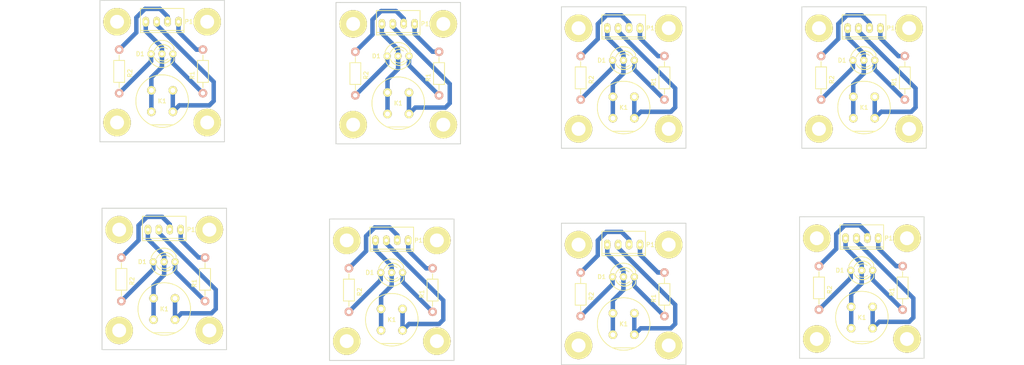
<source format=kicad_pcb>
(kicad_pcb (version 4) (host pcbnew 4.0.2-stable)
  (layers (0 F.Cu signal) (31 B.Cu signal) (34 B.Paste user) (35 F.Paste user) (36 B.SilkS user) (37 F.SilkS user) (38 B.Mask user) (39 F.Mask user) (44 Edge.Cuts user))
  (net 0 "")
  (net 1 "Net-(D1-Pad1)")
  (net 2 GND)
  (net 3 "Net-(D1-Pad3)")
  (net 4 "Net-(K1-Pad2)")
  (net 5 "Net-(P1-Pad2)")
  (net 6 "Net-(P1-Pad1)")
  (module Mounting_Holes:MountingHole_3.2mm_M3_Pad (layer F.Cu) (at 203.5 108.5)
    (fp_text reference "" (at 0 -4.2) (layer F.SilkS))
    (fp_text value MountingHole_3.2mm_M3_Pad)
    (pad 1 thru_hole circle (at 0 0) (size 6.4 6.4) (drill 3.2) (layers *.Cu *.Mask F.SilkS))
  )
  (module Mounting_Holes:MountingHole_3.2mm_M3_Pad (layer F.Cu) (at 203.5 85)
    (fp_text reference "" (at 0 -4.2) (layer F.SilkS))
    (fp_text value MountingHole_3.2mm_M3_Pad)
    (pad 1 thru_hole circle (at 0 0) (size 6.4 6.4) (drill 3.2) (layers *.Cu *.Mask F.SilkS))
  )
  (module Mounting_Holes:MountingHole_3.2mm_M3_Pad (layer F.Cu) (at 224.5 108.5)
    (fp_text reference "" (at 0 -4.2) (layer F.SilkS))
    (fp_text value MountingHole_3.2mm_M3_Pad)
    (pad 1 thru_hole circle (at 0 0) (size 6.4 6.4) (drill 3.2) (layers *.Cu *.Mask F.SilkS))
  )
  (module Resistors_ThroughHole:Resistor_Horizontal_RM10mm (layer F.Cu) (at 204 91.5 270)
    (fp_text reference R2 (at 5.5 -2.5 270) (layer F.SilkS))
    (fp_text value 220R)
    (pad 1 thru_hole circle (at 0 0 270) (size 1.99898 1.99898) (drill 1.00076) (layers *.Cu *.SilkS *.Mask) (net 5 "Net-(P1-Pad2)"))
    (pad 2 thru_hole circle (at 10.16 0 270) (size 1.99898 1.99898) (drill 1.00076) (layers *.Cu *.SilkS *.Mask) (net 3 "Net-(D1-Pad3)"))
  )
  (module Resistors_ThroughHole:Resistor_Horizontal_RM10mm (layer F.Cu) (at 223.5 91.5 270)
    (fp_text reference R1 (at 6 2.5 270) (layer F.SilkS))
    (fp_text value 220R)
    (pad 1 thru_hole circle (at 0 0 270) (size 1.99898 1.99898) (drill 1.00076) (layers *.Cu *.SilkS *.Mask) (net 6 "Net-(P1-Pad1)"))
    (pad 2 thru_hole circle (at 10.16 0 270) (size 1.99898 1.99898) (drill 1.00076) (layers *.Cu *.SilkS *.Mask) (net 1 "Net-(D1-Pad1)"))
  )
  (module PinHead1-4:PINHeader1-4 (layer F.Cu) (at 214 85 180)
    (fp_text reference P1 (at -6.223 0 180) (layer F.SilkS))
    (fp_text value CONN_01X04)
    (pad 3 thru_hole oval (at 1.27 0 180) (size 1.524 2.286) (drill 0.762) (layers *.Cu *.Mask F.SilkS) (net 4 "Net-(K1-Pad2)"))
    (pad 2 thru_hole oval (at -1.27 0.0635 180) (size 1.524 2.286) (drill 0.762) (layers *.Cu *.Mask F.SilkS) (net 5 "Net-(P1-Pad2)"))
    (pad 4 thru_hole oval (at 3.81 0 180) (size 1.524 2.286) (drill 0.762) (layers *.Cu *.Mask F.SilkS) (net 2 GND))
    (pad 1 thru_hole oval (at -3.81 0 180) (size 1.524 2.286) (drill 0.762) (layers *.Cu *.Mask F.SilkS) (net 6 "Net-(P1-Pad1)"))
  )
  (module Buttons_Switches_ThroughHole:Push_E-Switch_KS01Q01 (layer F.Cu) (at 211.5 101)
    (fp_text reference K1 (at 2.5 2.5) (layer F.SilkS))
    (fp_text value Tactile_Switch)
    (pad 1 thru_hole circle (at 0 0) (size 2 2) (drill 1.1) (layers *.Cu *.Mask F.SilkS) (net 2 GND))
    (pad 2 thru_hole circle (at 5 0) (size 2 2) (drill 1.1) (layers *.Cu *.Mask F.SilkS) (net 4 "Net-(K1-Pad2)"))
    (pad 4 thru_hole circle (at 5 5) (size 2 2) (drill 1.1) (layers *.Cu *.Mask F.SilkS) (net 4 "Net-(K1-Pad2)"))
    (pad 3 thru_hole circle (at 0 5) (size 2 2) (drill 1.1) (layers *.Cu *.Mask F.SilkS) (net 2 GND))
  )
  (module LEDs:LED-5MM-3 (layer F.Cu) (at 216.5 92.5 180)
    (fp_text reference D1 (at 7.62 0 180) (layer F.SilkS))
    (fp_text value Led_x2)
    (pad 1 thru_hole circle (at 0 0) (size 1.6764 1.6764) (drill 0.8128) (layers *.Cu *.Mask F.SilkS) (net 1 "Net-(D1-Pad1)"))
    (pad 2 thru_hole circle (at 2.54 0) (size 1.6764 1.6764) (drill 0.8128) (layers *.Cu *.Mask F.SilkS) (net 2 GND))
    (pad 3 thru_hole circle (at 5.08 0) (size 1.6764 1.6764) (drill 0.8128) (layers *.Cu *.Mask F.SilkS) (net 3 "Net-(D1-Pad3)"))
  )
  (module Mounting_Holes:MountingHole_3.2mm_M3_Pad (layer F.Cu) (at 224.5 85)
    (fp_text reference "" (at 0 -4.2) (layer F.SilkS))
    (fp_text value MountingHole_3.2mm_M3_Pad)
    (pad 1 thru_hole circle (at 0 0) (size 6.4 6.4) (drill 3.2) (layers *.Cu *.Mask F.SilkS))
  )
  (module Mounting_Holes:MountingHole_3.2mm_M3_Pad (layer F.Cu) (at 224.5 85)
    (fp_text reference "" (at 0 -4.2) (layer F.SilkS))
    (fp_text value MountingHole_3.2mm_M3_Pad)
    (pad 1 thru_hole circle (at 0 0) (size 6.4 6.4) (drill 3.2) (layers *.Cu *.Mask F.SilkS))
  )
  (module LEDs:LED-5MM-3 (layer F.Cu) (at 216.5 92.5 180)
    (fp_text reference D1 (at 7.62 0 180) (layer F.SilkS))
    (fp_text value Led_x2)
    (pad 1 thru_hole circle (at 0 0) (size 1.6764 1.6764) (drill 0.8128) (layers *.Cu *.Mask F.SilkS) (net 1 "Net-(D1-Pad1)"))
    (pad 2 thru_hole circle (at 2.54 0) (size 1.6764 1.6764) (drill 0.8128) (layers *.Cu *.Mask F.SilkS) (net 2 GND))
    (pad 3 thru_hole circle (at 5.08 0) (size 1.6764 1.6764) (drill 0.8128) (layers *.Cu *.Mask F.SilkS) (net 3 "Net-(D1-Pad3)"))
  )
  (module Buttons_Switches_ThroughHole:Push_E-Switch_KS01Q01 (layer F.Cu) (at 211.5 101)
    (fp_text reference K1 (at 2.5 2.5) (layer F.SilkS))
    (fp_text value Tactile_Switch)
    (pad 1 thru_hole circle (at 0 0) (size 2 2) (drill 1.1) (layers *.Cu *.Mask F.SilkS) (net 2 GND))
    (pad 2 thru_hole circle (at 5 0) (size 2 2) (drill 1.1) (layers *.Cu *.Mask F.SilkS) (net 4 "Net-(K1-Pad2)"))
    (pad 4 thru_hole circle (at 5 5) (size 2 2) (drill 1.1) (layers *.Cu *.Mask F.SilkS) (net 4 "Net-(K1-Pad2)"))
    (pad 3 thru_hole circle (at 0 5) (size 2 2) (drill 1.1) (layers *.Cu *.Mask F.SilkS) (net 2 GND))
  )
  (module PinHead1-4:PINHeader1-4 (layer F.Cu) (at 214 85 180)
    (fp_text reference P1 (at -6.223 0 180) (layer F.SilkS))
    (fp_text value CONN_01X04)
    (pad 3 thru_hole oval (at 1.27 0 180) (size 1.524 2.286) (drill 0.762) (layers *.Cu *.Mask F.SilkS) (net 4 "Net-(K1-Pad2)"))
    (pad 2 thru_hole oval (at -1.27 0.0635 180) (size 1.524 2.286) (drill 0.762) (layers *.Cu *.Mask F.SilkS) (net 5 "Net-(P1-Pad2)"))
    (pad 4 thru_hole oval (at 3.81 0 180) (size 1.524 2.286) (drill 0.762) (layers *.Cu *.Mask F.SilkS) (net 2 GND))
    (pad 1 thru_hole oval (at -3.81 0 180) (size 1.524 2.286) (drill 0.762) (layers *.Cu *.Mask F.SilkS) (net 6 "Net-(P1-Pad1)"))
  )
  (module Resistors_ThroughHole:Resistor_Horizontal_RM10mm (layer F.Cu) (at 223.5 91.5 270)
    (fp_text reference R1 (at 6 2.5 270) (layer F.SilkS))
    (fp_text value 220R)
    (pad 1 thru_hole circle (at 0 0 270) (size 1.99898 1.99898) (drill 1.00076) (layers *.Cu *.SilkS *.Mask) (net 6 "Net-(P1-Pad1)"))
    (pad 2 thru_hole circle (at 10.16 0 270) (size 1.99898 1.99898) (drill 1.00076) (layers *.Cu *.SilkS *.Mask) (net 1 "Net-(D1-Pad1)"))
  )
  (module Resistors_ThroughHole:Resistor_Horizontal_RM10mm (layer F.Cu) (at 204 91.5 270)
    (fp_text reference R2 (at 5.5 -2.5 270) (layer F.SilkS))
    (fp_text value 220R)
    (pad 1 thru_hole circle (at 0 0 270) (size 1.99898 1.99898) (drill 1.00076) (layers *.Cu *.SilkS *.Mask) (net 5 "Net-(P1-Pad2)"))
    (pad 2 thru_hole circle (at 10.16 0 270) (size 1.99898 1.99898) (drill 1.00076) (layers *.Cu *.SilkS *.Mask) (net 3 "Net-(D1-Pad3)"))
  )
  (module Mounting_Holes:MountingHole_3.2mm_M3_Pad (layer F.Cu) (at 224.5 108.5)
    (fp_text reference "" (at 0 -4.2) (layer F.SilkS))
    (fp_text value MountingHole_3.2mm_M3_Pad)
    (pad 1 thru_hole circle (at 0 0) (size 6.4 6.4) (drill 3.2) (layers *.Cu *.Mask F.SilkS))
  )
  (module Mounting_Holes:MountingHole_3.2mm_M3_Pad (layer F.Cu) (at 203.5 85)
    (fp_text reference "" (at 0 -4.2) (layer F.SilkS))
    (fp_text value MountingHole_3.2mm_M3_Pad)
    (pad 1 thru_hole circle (at 0 0) (size 6.4 6.4) (drill 3.2) (layers *.Cu *.Mask F.SilkS))
  )
  (module Mounting_Holes:MountingHole_3.2mm_M3_Pad (layer F.Cu) (at 203.5 108.5)
    (fp_text reference "" (at 0 -4.2) (layer F.SilkS))
    (fp_text value MountingHole_3.2mm_M3_Pad)
    (pad 1 thru_hole circle (at 0 0) (size 6.4 6.4) (drill 3.2) (layers *.Cu *.Mask F.SilkS))
  )
  (module Mounting_Holes:MountingHole_3.2mm_M3_Pad (layer F.Cu) (at 148 110)
    (fp_text reference "" (at 0 -4.2) (layer F.SilkS))
    (fp_text value MountingHole_3.2mm_M3_Pad)
    (pad 1 thru_hole circle (at 0 0) (size 6.4 6.4) (drill 3.2) (layers *.Cu *.Mask F.SilkS))
  )
  (module Mounting_Holes:MountingHole_3.2mm_M3_Pad (layer F.Cu) (at 148 86.5)
    (fp_text reference "" (at 0 -4.2) (layer F.SilkS))
    (fp_text value MountingHole_3.2mm_M3_Pad)
    (pad 1 thru_hole circle (at 0 0) (size 6.4 6.4) (drill 3.2) (layers *.Cu *.Mask F.SilkS))
  )
  (module Mounting_Holes:MountingHole_3.2mm_M3_Pad (layer F.Cu) (at 169 110)
    (fp_text reference "" (at 0 -4.2) (layer F.SilkS))
    (fp_text value MountingHole_3.2mm_M3_Pad)
    (pad 1 thru_hole circle (at 0 0) (size 6.4 6.4) (drill 3.2) (layers *.Cu *.Mask F.SilkS))
  )
  (module Resistors_ThroughHole:Resistor_Horizontal_RM10mm (layer F.Cu) (at 148.5 93 270)
    (fp_text reference R2 (at 5.5 -2.5 270) (layer F.SilkS))
    (fp_text value 220R)
    (pad 1 thru_hole circle (at 0 0 270) (size 1.99898 1.99898) (drill 1.00076) (layers *.Cu *.SilkS *.Mask) (net 5 "Net-(P1-Pad2)"))
    (pad 2 thru_hole circle (at 10.16 0 270) (size 1.99898 1.99898) (drill 1.00076) (layers *.Cu *.SilkS *.Mask) (net 3 "Net-(D1-Pad3)"))
  )
  (module Resistors_ThroughHole:Resistor_Horizontal_RM10mm (layer F.Cu) (at 168 93 270)
    (fp_text reference R1 (at 6 2.5 270) (layer F.SilkS))
    (fp_text value 220R)
    (pad 1 thru_hole circle (at 0 0 270) (size 1.99898 1.99898) (drill 1.00076) (layers *.Cu *.SilkS *.Mask) (net 6 "Net-(P1-Pad1)"))
    (pad 2 thru_hole circle (at 10.16 0 270) (size 1.99898 1.99898) (drill 1.00076) (layers *.Cu *.SilkS *.Mask) (net 1 "Net-(D1-Pad1)"))
  )
  (module PinHead1-4:PINHeader1-4 (layer F.Cu) (at 158.5 86.5 180)
    (fp_text reference P1 (at -6.223 0 180) (layer F.SilkS))
    (fp_text value CONN_01X04)
    (pad 3 thru_hole oval (at 1.27 0 180) (size 1.524 2.286) (drill 0.762) (layers *.Cu *.Mask F.SilkS) (net 4 "Net-(K1-Pad2)"))
    (pad 2 thru_hole oval (at -1.27 0.0635 180) (size 1.524 2.286) (drill 0.762) (layers *.Cu *.Mask F.SilkS) (net 5 "Net-(P1-Pad2)"))
    (pad 4 thru_hole oval (at 3.81 0 180) (size 1.524 2.286) (drill 0.762) (layers *.Cu *.Mask F.SilkS) (net 2 GND))
    (pad 1 thru_hole oval (at -3.81 0 180) (size 1.524 2.286) (drill 0.762) (layers *.Cu *.Mask F.SilkS) (net 6 "Net-(P1-Pad1)"))
  )
  (module Buttons_Switches_ThroughHole:Push_E-Switch_KS01Q01 (layer F.Cu) (at 156 102.5)
    (fp_text reference K1 (at 2.5 2.5) (layer F.SilkS))
    (fp_text value Tactile_Switch)
    (pad 1 thru_hole circle (at 0 0) (size 2 2) (drill 1.1) (layers *.Cu *.Mask F.SilkS) (net 2 GND))
    (pad 2 thru_hole circle (at 5 0) (size 2 2) (drill 1.1) (layers *.Cu *.Mask F.SilkS) (net 4 "Net-(K1-Pad2)"))
    (pad 4 thru_hole circle (at 5 5) (size 2 2) (drill 1.1) (layers *.Cu *.Mask F.SilkS) (net 4 "Net-(K1-Pad2)"))
    (pad 3 thru_hole circle (at 0 5) (size 2 2) (drill 1.1) (layers *.Cu *.Mask F.SilkS) (net 2 GND))
  )
  (module LEDs:LED-5MM-3 (layer F.Cu) (at 161 94 180)
    (fp_text reference D1 (at 7.62 0 180) (layer F.SilkS))
    (fp_text value Led_x2)
    (pad 1 thru_hole circle (at 0 0) (size 1.6764 1.6764) (drill 0.8128) (layers *.Cu *.Mask F.SilkS) (net 1 "Net-(D1-Pad1)"))
    (pad 2 thru_hole circle (at 2.54 0) (size 1.6764 1.6764) (drill 0.8128) (layers *.Cu *.Mask F.SilkS) (net 2 GND))
    (pad 3 thru_hole circle (at 5.08 0) (size 1.6764 1.6764) (drill 0.8128) (layers *.Cu *.Mask F.SilkS) (net 3 "Net-(D1-Pad3)"))
  )
  (module Mounting_Holes:MountingHole_3.2mm_M3_Pad (layer F.Cu) (at 169 86.5)
    (fp_text reference "" (at 0 -4.2) (layer F.SilkS))
    (fp_text value MountingHole_3.2mm_M3_Pad)
    (pad 1 thru_hole circle (at 0 0) (size 6.4 6.4) (drill 3.2) (layers *.Cu *.Mask F.SilkS))
  )
  (module Mounting_Holes:MountingHole_3.2mm_M3_Pad (layer F.Cu) (at 169 86.5)
    (fp_text reference "" (at 0 -4.2) (layer F.SilkS))
    (fp_text value MountingHole_3.2mm_M3_Pad)
    (pad 1 thru_hole circle (at 0 0) (size 6.4 6.4) (drill 3.2) (layers *.Cu *.Mask F.SilkS))
  )
  (module LEDs:LED-5MM-3 (layer F.Cu) (at 161 94 180)
    (fp_text reference D1 (at 7.62 0 180) (layer F.SilkS))
    (fp_text value Led_x2)
    (pad 1 thru_hole circle (at 0 0) (size 1.6764 1.6764) (drill 0.8128) (layers *.Cu *.Mask F.SilkS) (net 1 "Net-(D1-Pad1)"))
    (pad 2 thru_hole circle (at 2.54 0) (size 1.6764 1.6764) (drill 0.8128) (layers *.Cu *.Mask F.SilkS) (net 2 GND))
    (pad 3 thru_hole circle (at 5.08 0) (size 1.6764 1.6764) (drill 0.8128) (layers *.Cu *.Mask F.SilkS) (net 3 "Net-(D1-Pad3)"))
  )
  (module Buttons_Switches_ThroughHole:Push_E-Switch_KS01Q01 (layer F.Cu) (at 156 102.5)
    (fp_text reference K1 (at 2.5 2.5) (layer F.SilkS))
    (fp_text value Tactile_Switch)
    (pad 1 thru_hole circle (at 0 0) (size 2 2) (drill 1.1) (layers *.Cu *.Mask F.SilkS) (net 2 GND))
    (pad 2 thru_hole circle (at 5 0) (size 2 2) (drill 1.1) (layers *.Cu *.Mask F.SilkS) (net 4 "Net-(K1-Pad2)"))
    (pad 4 thru_hole circle (at 5 5) (size 2 2) (drill 1.1) (layers *.Cu *.Mask F.SilkS) (net 4 "Net-(K1-Pad2)"))
    (pad 3 thru_hole circle (at 0 5) (size 2 2) (drill 1.1) (layers *.Cu *.Mask F.SilkS) (net 2 GND))
  )
  (module PinHead1-4:PINHeader1-4 (layer F.Cu) (at 158.5 86.5 180)
    (fp_text reference P1 (at -6.223 0 180) (layer F.SilkS))
    (fp_text value CONN_01X04)
    (pad 3 thru_hole oval (at 1.27 0 180) (size 1.524 2.286) (drill 0.762) (layers *.Cu *.Mask F.SilkS) (net 4 "Net-(K1-Pad2)"))
    (pad 2 thru_hole oval (at -1.27 0.0635 180) (size 1.524 2.286) (drill 0.762) (layers *.Cu *.Mask F.SilkS) (net 5 "Net-(P1-Pad2)"))
    (pad 4 thru_hole oval (at 3.81 0 180) (size 1.524 2.286) (drill 0.762) (layers *.Cu *.Mask F.SilkS) (net 2 GND))
    (pad 1 thru_hole oval (at -3.81 0 180) (size 1.524 2.286) (drill 0.762) (layers *.Cu *.Mask F.SilkS) (net 6 "Net-(P1-Pad1)"))
  )
  (module Resistors_ThroughHole:Resistor_Horizontal_RM10mm (layer F.Cu) (at 168 93 270)
    (fp_text reference R1 (at 6 2.5 270) (layer F.SilkS))
    (fp_text value 220R)
    (pad 1 thru_hole circle (at 0 0 270) (size 1.99898 1.99898) (drill 1.00076) (layers *.Cu *.SilkS *.Mask) (net 6 "Net-(P1-Pad1)"))
    (pad 2 thru_hole circle (at 10.16 0 270) (size 1.99898 1.99898) (drill 1.00076) (layers *.Cu *.SilkS *.Mask) (net 1 "Net-(D1-Pad1)"))
  )
  (module Resistors_ThroughHole:Resistor_Horizontal_RM10mm (layer F.Cu) (at 148.5 93 270)
    (fp_text reference R2 (at 5.5 -2.5 270) (layer F.SilkS))
    (fp_text value 220R)
    (pad 1 thru_hole circle (at 0 0 270) (size 1.99898 1.99898) (drill 1.00076) (layers *.Cu *.SilkS *.Mask) (net 5 "Net-(P1-Pad2)"))
    (pad 2 thru_hole circle (at 10.16 0 270) (size 1.99898 1.99898) (drill 1.00076) (layers *.Cu *.SilkS *.Mask) (net 3 "Net-(D1-Pad3)"))
  )
  (module Mounting_Holes:MountingHole_3.2mm_M3_Pad (layer F.Cu) (at 169 110)
    (fp_text reference "" (at 0 -4.2) (layer F.SilkS))
    (fp_text value MountingHole_3.2mm_M3_Pad)
    (pad 1 thru_hole circle (at 0 0) (size 6.4 6.4) (drill 3.2) (layers *.Cu *.Mask F.SilkS))
  )
  (module Mounting_Holes:MountingHole_3.2mm_M3_Pad (layer F.Cu) (at 148 86.5)
    (fp_text reference "" (at 0 -4.2) (layer F.SilkS))
    (fp_text value MountingHole_3.2mm_M3_Pad)
    (pad 1 thru_hole circle (at 0 0) (size 6.4 6.4) (drill 3.2) (layers *.Cu *.Mask F.SilkS))
  )
  (module Mounting_Holes:MountingHole_3.2mm_M3_Pad (layer F.Cu) (at 148 110)
    (fp_text reference "" (at 0 -4.2) (layer F.SilkS))
    (fp_text value MountingHole_3.2mm_M3_Pad)
    (pad 1 thru_hole circle (at 0 0) (size 6.4 6.4) (drill 3.2) (layers *.Cu *.Mask F.SilkS))
  )
  (module Mounting_Holes:MountingHole_3.2mm_M3_Pad (layer F.Cu) (at 94 109)
    (fp_text reference "" (at 0 -4.2) (layer F.SilkS))
    (fp_text value MountingHole_3.2mm_M3_Pad)
    (pad 1 thru_hole circle (at 0 0) (size 6.4 6.4) (drill 3.2) (layers *.Cu *.Mask F.SilkS))
  )
  (module Mounting_Holes:MountingHole_3.2mm_M3_Pad (layer F.Cu) (at 94 85.5)
    (fp_text reference "" (at 0 -4.2) (layer F.SilkS))
    (fp_text value MountingHole_3.2mm_M3_Pad)
    (pad 1 thru_hole circle (at 0 0) (size 6.4 6.4) (drill 3.2) (layers *.Cu *.Mask F.SilkS))
  )
  (module Mounting_Holes:MountingHole_3.2mm_M3_Pad (layer F.Cu) (at 115 109)
    (fp_text reference "" (at 0 -4.2) (layer F.SilkS))
    (fp_text value MountingHole_3.2mm_M3_Pad)
    (pad 1 thru_hole circle (at 0 0) (size 6.4 6.4) (drill 3.2) (layers *.Cu *.Mask F.SilkS))
  )
  (module Resistors_ThroughHole:Resistor_Horizontal_RM10mm (layer F.Cu) (at 94.5 92 270)
    (fp_text reference R2 (at 5.5 -2.5 270) (layer F.SilkS))
    (fp_text value 220R)
    (pad 1 thru_hole circle (at 0 0 270) (size 1.99898 1.99898) (drill 1.00076) (layers *.Cu *.SilkS *.Mask) (net 5 "Net-(P1-Pad2)"))
    (pad 2 thru_hole circle (at 10.16 0 270) (size 1.99898 1.99898) (drill 1.00076) (layers *.Cu *.SilkS *.Mask) (net 3 "Net-(D1-Pad3)"))
  )
  (module Resistors_ThroughHole:Resistor_Horizontal_RM10mm (layer F.Cu) (at 114 92 270)
    (fp_text reference R1 (at 6 2.5 270) (layer F.SilkS))
    (fp_text value 220R)
    (pad 1 thru_hole circle (at 0 0 270) (size 1.99898 1.99898) (drill 1.00076) (layers *.Cu *.SilkS *.Mask) (net 6 "Net-(P1-Pad1)"))
    (pad 2 thru_hole circle (at 10.16 0 270) (size 1.99898 1.99898) (drill 1.00076) (layers *.Cu *.SilkS *.Mask) (net 1 "Net-(D1-Pad1)"))
  )
  (module PinHead1-4:PINHeader1-4 (layer F.Cu) (at 104.5 85.5 180)
    (fp_text reference P1 (at -6.223 0 180) (layer F.SilkS))
    (fp_text value CONN_01X04)
    (pad 3 thru_hole oval (at 1.27 0 180) (size 1.524 2.286) (drill 0.762) (layers *.Cu *.Mask F.SilkS) (net 4 "Net-(K1-Pad2)"))
    (pad 2 thru_hole oval (at -1.27 0.0635 180) (size 1.524 2.286) (drill 0.762) (layers *.Cu *.Mask F.SilkS) (net 5 "Net-(P1-Pad2)"))
    (pad 4 thru_hole oval (at 3.81 0 180) (size 1.524 2.286) (drill 0.762) (layers *.Cu *.Mask F.SilkS) (net 2 GND))
    (pad 1 thru_hole oval (at -3.81 0 180) (size 1.524 2.286) (drill 0.762) (layers *.Cu *.Mask F.SilkS) (net 6 "Net-(P1-Pad1)"))
  )
  (module Buttons_Switches_ThroughHole:Push_E-Switch_KS01Q01 (layer F.Cu) (at 102 101.5)
    (fp_text reference K1 (at 2.5 2.5) (layer F.SilkS))
    (fp_text value Tactile_Switch)
    (pad 1 thru_hole circle (at 0 0) (size 2 2) (drill 1.1) (layers *.Cu *.Mask F.SilkS) (net 2 GND))
    (pad 2 thru_hole circle (at 5 0) (size 2 2) (drill 1.1) (layers *.Cu *.Mask F.SilkS) (net 4 "Net-(K1-Pad2)"))
    (pad 4 thru_hole circle (at 5 5) (size 2 2) (drill 1.1) (layers *.Cu *.Mask F.SilkS) (net 4 "Net-(K1-Pad2)"))
    (pad 3 thru_hole circle (at 0 5) (size 2 2) (drill 1.1) (layers *.Cu *.Mask F.SilkS) (net 2 GND))
  )
  (module LEDs:LED-5MM-3 (layer F.Cu) (at 107 93 180)
    (fp_text reference D1 (at 7.62 0 180) (layer F.SilkS))
    (fp_text value Led_x2)
    (pad 1 thru_hole circle (at 0 0) (size 1.6764 1.6764) (drill 0.8128) (layers *.Cu *.Mask F.SilkS) (net 1 "Net-(D1-Pad1)"))
    (pad 2 thru_hole circle (at 2.54 0) (size 1.6764 1.6764) (drill 0.8128) (layers *.Cu *.Mask F.SilkS) (net 2 GND))
    (pad 3 thru_hole circle (at 5.08 0) (size 1.6764 1.6764) (drill 0.8128) (layers *.Cu *.Mask F.SilkS) (net 3 "Net-(D1-Pad3)"))
  )
  (module Mounting_Holes:MountingHole_3.2mm_M3_Pad (layer F.Cu) (at 115 85.5)
    (fp_text reference "" (at 0 -4.2) (layer F.SilkS))
    (fp_text value MountingHole_3.2mm_M3_Pad)
    (pad 1 thru_hole circle (at 0 0) (size 6.4 6.4) (drill 3.2) (layers *.Cu *.Mask F.SilkS))
  )
  (module Mounting_Holes:MountingHole_3.2mm_M3_Pad (layer F.Cu) (at 115 85.5)
    (fp_text reference "" (at 0 -4.2) (layer F.SilkS))
    (fp_text value MountingHole_3.2mm_M3_Pad)
    (pad 1 thru_hole circle (at 0 0) (size 6.4 6.4) (drill 3.2) (layers *.Cu *.Mask F.SilkS))
  )
  (module LEDs:LED-5MM-3 (layer F.Cu) (at 107 93 180)
    (fp_text reference D1 (at 7.62 0 180) (layer F.SilkS))
    (fp_text value Led_x2)
    (pad 1 thru_hole circle (at 0 0) (size 1.6764 1.6764) (drill 0.8128) (layers *.Cu *.Mask F.SilkS) (net 1 "Net-(D1-Pad1)"))
    (pad 2 thru_hole circle (at 2.54 0) (size 1.6764 1.6764) (drill 0.8128) (layers *.Cu *.Mask F.SilkS) (net 2 GND))
    (pad 3 thru_hole circle (at 5.08 0) (size 1.6764 1.6764) (drill 0.8128) (layers *.Cu *.Mask F.SilkS) (net 3 "Net-(D1-Pad3)"))
  )
  (module Buttons_Switches_ThroughHole:Push_E-Switch_KS01Q01 (layer F.Cu) (at 102 101.5)
    (fp_text reference K1 (at 2.5 2.5) (layer F.SilkS))
    (fp_text value Tactile_Switch)
    (pad 1 thru_hole circle (at 0 0) (size 2 2) (drill 1.1) (layers *.Cu *.Mask F.SilkS) (net 2 GND))
    (pad 2 thru_hole circle (at 5 0) (size 2 2) (drill 1.1) (layers *.Cu *.Mask F.SilkS) (net 4 "Net-(K1-Pad2)"))
    (pad 4 thru_hole circle (at 5 5) (size 2 2) (drill 1.1) (layers *.Cu *.Mask F.SilkS) (net 4 "Net-(K1-Pad2)"))
    (pad 3 thru_hole circle (at 0 5) (size 2 2) (drill 1.1) (layers *.Cu *.Mask F.SilkS) (net 2 GND))
  )
  (module PinHead1-4:PINHeader1-4 (layer F.Cu) (at 104.5 85.5 180)
    (fp_text reference P1 (at -6.223 0 180) (layer F.SilkS))
    (fp_text value CONN_01X04)
    (pad 3 thru_hole oval (at 1.27 0 180) (size 1.524 2.286) (drill 0.762) (layers *.Cu *.Mask F.SilkS) (net 4 "Net-(K1-Pad2)"))
    (pad 2 thru_hole oval (at -1.27 0.0635 180) (size 1.524 2.286) (drill 0.762) (layers *.Cu *.Mask F.SilkS) (net 5 "Net-(P1-Pad2)"))
    (pad 4 thru_hole oval (at 3.81 0 180) (size 1.524 2.286) (drill 0.762) (layers *.Cu *.Mask F.SilkS) (net 2 GND))
    (pad 1 thru_hole oval (at -3.81 0 180) (size 1.524 2.286) (drill 0.762) (layers *.Cu *.Mask F.SilkS) (net 6 "Net-(P1-Pad1)"))
  )
  (module Resistors_ThroughHole:Resistor_Horizontal_RM10mm (layer F.Cu) (at 114 92 270)
    (fp_text reference R1 (at 6 2.5 270) (layer F.SilkS))
    (fp_text value 220R)
    (pad 1 thru_hole circle (at 0 0 270) (size 1.99898 1.99898) (drill 1.00076) (layers *.Cu *.SilkS *.Mask) (net 6 "Net-(P1-Pad1)"))
    (pad 2 thru_hole circle (at 10.16 0 270) (size 1.99898 1.99898) (drill 1.00076) (layers *.Cu *.SilkS *.Mask) (net 1 "Net-(D1-Pad1)"))
  )
  (module Resistors_ThroughHole:Resistor_Horizontal_RM10mm (layer F.Cu) (at 94.5 92 270)
    (fp_text reference R2 (at 5.5 -2.5 270) (layer F.SilkS))
    (fp_text value 220R)
    (pad 1 thru_hole circle (at 0 0 270) (size 1.99898 1.99898) (drill 1.00076) (layers *.Cu *.SilkS *.Mask) (net 5 "Net-(P1-Pad2)"))
    (pad 2 thru_hole circle (at 10.16 0 270) (size 1.99898 1.99898) (drill 1.00076) (layers *.Cu *.SilkS *.Mask) (net 3 "Net-(D1-Pad3)"))
  )
  (module Mounting_Holes:MountingHole_3.2mm_M3_Pad (layer F.Cu) (at 115 109)
    (fp_text reference "" (at 0 -4.2) (layer F.SilkS))
    (fp_text value MountingHole_3.2mm_M3_Pad)
    (pad 1 thru_hole circle (at 0 0) (size 6.4 6.4) (drill 3.2) (layers *.Cu *.Mask F.SilkS))
  )
  (module Mounting_Holes:MountingHole_3.2mm_M3_Pad (layer F.Cu) (at 94 85.5)
    (fp_text reference "" (at 0 -4.2) (layer F.SilkS))
    (fp_text value MountingHole_3.2mm_M3_Pad)
    (pad 1 thru_hole circle (at 0 0) (size 6.4 6.4) (drill 3.2) (layers *.Cu *.Mask F.SilkS))
  )
  (module Mounting_Holes:MountingHole_3.2mm_M3_Pad (layer F.Cu) (at 94 109)
    (fp_text reference "" (at 0 -4.2) (layer F.SilkS))
    (fp_text value MountingHole_3.2mm_M3_Pad)
    (pad 1 thru_hole circle (at 0 0) (size 6.4 6.4) (drill 3.2) (layers *.Cu *.Mask F.SilkS))
  )
  (module Mounting_Holes:MountingHole_3.2mm_M3_Pad (layer F.Cu) (at 41 106.5)
    (fp_text reference "" (at 0 -4.2) (layer F.SilkS))
    (fp_text value MountingHole_3.2mm_M3_Pad)
    (pad 1 thru_hole circle (at 0 0) (size 6.4 6.4) (drill 3.2) (layers *.Cu *.Mask F.SilkS))
  )
  (module Mounting_Holes:MountingHole_3.2mm_M3_Pad (layer F.Cu) (at 41 83)
    (fp_text reference "" (at 0 -4.2) (layer F.SilkS))
    (fp_text value MountingHole_3.2mm_M3_Pad)
    (pad 1 thru_hole circle (at 0 0) (size 6.4 6.4) (drill 3.2) (layers *.Cu *.Mask F.SilkS))
  )
  (module Mounting_Holes:MountingHole_3.2mm_M3_Pad (layer F.Cu) (at 62 106.5)
    (fp_text reference "" (at 0 -4.2) (layer F.SilkS))
    (fp_text value MountingHole_3.2mm_M3_Pad)
    (pad 1 thru_hole circle (at 0 0) (size 6.4 6.4) (drill 3.2) (layers *.Cu *.Mask F.SilkS))
  )
  (module Resistors_ThroughHole:Resistor_Horizontal_RM10mm (layer F.Cu) (at 41.5 89.5 270)
    (fp_text reference R2 (at 5.5 -2.5 270) (layer F.SilkS))
    (fp_text value 220R)
    (pad 1 thru_hole circle (at 0 0 270) (size 1.99898 1.99898) (drill 1.00076) (layers *.Cu *.SilkS *.Mask) (net 5 "Net-(P1-Pad2)"))
    (pad 2 thru_hole circle (at 10.16 0 270) (size 1.99898 1.99898) (drill 1.00076) (layers *.Cu *.SilkS *.Mask) (net 3 "Net-(D1-Pad3)"))
  )
  (module Resistors_ThroughHole:Resistor_Horizontal_RM10mm (layer F.Cu) (at 61 89.5 270)
    (fp_text reference R1 (at 6 2.5 270) (layer F.SilkS))
    (fp_text value 220R)
    (pad 1 thru_hole circle (at 0 0 270) (size 1.99898 1.99898) (drill 1.00076) (layers *.Cu *.SilkS *.Mask) (net 6 "Net-(P1-Pad1)"))
    (pad 2 thru_hole circle (at 10.16 0 270) (size 1.99898 1.99898) (drill 1.00076) (layers *.Cu *.SilkS *.Mask) (net 1 "Net-(D1-Pad1)"))
  )
  (module PinHead1-4:PINHeader1-4 (layer F.Cu) (at 51.5 83 180)
    (fp_text reference P1 (at -6.223 0 180) (layer F.SilkS))
    (fp_text value CONN_01X04)
    (pad 3 thru_hole oval (at 1.27 0 180) (size 1.524 2.286) (drill 0.762) (layers *.Cu *.Mask F.SilkS) (net 4 "Net-(K1-Pad2)"))
    (pad 2 thru_hole oval (at -1.27 0.0635 180) (size 1.524 2.286) (drill 0.762) (layers *.Cu *.Mask F.SilkS) (net 5 "Net-(P1-Pad2)"))
    (pad 4 thru_hole oval (at 3.81 0 180) (size 1.524 2.286) (drill 0.762) (layers *.Cu *.Mask F.SilkS) (net 2 GND))
    (pad 1 thru_hole oval (at -3.81 0 180) (size 1.524 2.286) (drill 0.762) (layers *.Cu *.Mask F.SilkS) (net 6 "Net-(P1-Pad1)"))
  )
  (module Buttons_Switches_ThroughHole:Push_E-Switch_KS01Q01 (layer F.Cu) (at 49 99)
    (fp_text reference K1 (at 2.5 2.5) (layer F.SilkS))
    (fp_text value Tactile_Switch)
    (pad 1 thru_hole circle (at 0 0) (size 2 2) (drill 1.1) (layers *.Cu *.Mask F.SilkS) (net 2 GND))
    (pad 2 thru_hole circle (at 5 0) (size 2 2) (drill 1.1) (layers *.Cu *.Mask F.SilkS) (net 4 "Net-(K1-Pad2)"))
    (pad 4 thru_hole circle (at 5 5) (size 2 2) (drill 1.1) (layers *.Cu *.Mask F.SilkS) (net 4 "Net-(K1-Pad2)"))
    (pad 3 thru_hole circle (at 0 5) (size 2 2) (drill 1.1) (layers *.Cu *.Mask F.SilkS) (net 2 GND))
  )
  (module LEDs:LED-5MM-3 (layer F.Cu) (at 54 90.5 180)
    (fp_text reference D1 (at 7.62 0 180) (layer F.SilkS))
    (fp_text value Led_x2)
    (pad 1 thru_hole circle (at 0 0) (size 1.6764 1.6764) (drill 0.8128) (layers *.Cu *.Mask F.SilkS) (net 1 "Net-(D1-Pad1)"))
    (pad 2 thru_hole circle (at 2.54 0) (size 1.6764 1.6764) (drill 0.8128) (layers *.Cu *.Mask F.SilkS) (net 2 GND))
    (pad 3 thru_hole circle (at 5.08 0) (size 1.6764 1.6764) (drill 0.8128) (layers *.Cu *.Mask F.SilkS) (net 3 "Net-(D1-Pad3)"))
  )
  (module Mounting_Holes:MountingHole_3.2mm_M3_Pad (layer F.Cu) (at 62 83)
    (fp_text reference "" (at 0 -4.2) (layer F.SilkS))
    (fp_text value MountingHole_3.2mm_M3_Pad)
    (pad 1 thru_hole circle (at 0 0) (size 6.4 6.4) (drill 3.2) (layers *.Cu *.Mask F.SilkS))
  )
  (module Mounting_Holes:MountingHole_3.2mm_M3_Pad (layer F.Cu) (at 62 83)
    (fp_text reference "" (at 0 -4.2) (layer F.SilkS))
    (fp_text value MountingHole_3.2mm_M3_Pad)
    (pad 1 thru_hole circle (at 0 0) (size 6.4 6.4) (drill 3.2) (layers *.Cu *.Mask F.SilkS))
  )
  (module LEDs:LED-5MM-3 (layer F.Cu) (at 54 90.5 180)
    (fp_text reference D1 (at 7.62 0 180) (layer F.SilkS))
    (fp_text value Led_x2)
    (pad 1 thru_hole circle (at 0 0) (size 1.6764 1.6764) (drill 0.8128) (layers *.Cu *.Mask F.SilkS) (net 1 "Net-(D1-Pad1)"))
    (pad 2 thru_hole circle (at 2.54 0) (size 1.6764 1.6764) (drill 0.8128) (layers *.Cu *.Mask F.SilkS) (net 2 GND))
    (pad 3 thru_hole circle (at 5.08 0) (size 1.6764 1.6764) (drill 0.8128) (layers *.Cu *.Mask F.SilkS) (net 3 "Net-(D1-Pad3)"))
  )
  (module Buttons_Switches_ThroughHole:Push_E-Switch_KS01Q01 (layer F.Cu) (at 49 99)
    (fp_text reference K1 (at 2.5 2.5) (layer F.SilkS))
    (fp_text value Tactile_Switch)
    (pad 1 thru_hole circle (at 0 0) (size 2 2) (drill 1.1) (layers *.Cu *.Mask F.SilkS) (net 2 GND))
    (pad 2 thru_hole circle (at 5 0) (size 2 2) (drill 1.1) (layers *.Cu *.Mask F.SilkS) (net 4 "Net-(K1-Pad2)"))
    (pad 4 thru_hole circle (at 5 5) (size 2 2) (drill 1.1) (layers *.Cu *.Mask F.SilkS) (net 4 "Net-(K1-Pad2)"))
    (pad 3 thru_hole circle (at 0 5) (size 2 2) (drill 1.1) (layers *.Cu *.Mask F.SilkS) (net 2 GND))
  )
  (module PinHead1-4:PINHeader1-4 (layer F.Cu) (at 51.5 83 180)
    (fp_text reference P1 (at -6.223 0 180) (layer F.SilkS))
    (fp_text value CONN_01X04)
    (pad 3 thru_hole oval (at 1.27 0 180) (size 1.524 2.286) (drill 0.762) (layers *.Cu *.Mask F.SilkS) (net 4 "Net-(K1-Pad2)"))
    (pad 2 thru_hole oval (at -1.27 0.0635 180) (size 1.524 2.286) (drill 0.762) (layers *.Cu *.Mask F.SilkS) (net 5 "Net-(P1-Pad2)"))
    (pad 4 thru_hole oval (at 3.81 0 180) (size 1.524 2.286) (drill 0.762) (layers *.Cu *.Mask F.SilkS) (net 2 GND))
    (pad 1 thru_hole oval (at -3.81 0 180) (size 1.524 2.286) (drill 0.762) (layers *.Cu *.Mask F.SilkS) (net 6 "Net-(P1-Pad1)"))
  )
  (module Resistors_ThroughHole:Resistor_Horizontal_RM10mm (layer F.Cu) (at 61 89.5 270)
    (fp_text reference R1 (at 6 2.5 270) (layer F.SilkS))
    (fp_text value 220R)
    (pad 1 thru_hole circle (at 0 0 270) (size 1.99898 1.99898) (drill 1.00076) (layers *.Cu *.SilkS *.Mask) (net 6 "Net-(P1-Pad1)"))
    (pad 2 thru_hole circle (at 10.16 0 270) (size 1.99898 1.99898) (drill 1.00076) (layers *.Cu *.SilkS *.Mask) (net 1 "Net-(D1-Pad1)"))
  )
  (module Resistors_ThroughHole:Resistor_Horizontal_RM10mm (layer F.Cu) (at 41.5 89.5 270)
    (fp_text reference R2 (at 5.5 -2.5 270) (layer F.SilkS))
    (fp_text value 220R)
    (pad 1 thru_hole circle (at 0 0 270) (size 1.99898 1.99898) (drill 1.00076) (layers *.Cu *.SilkS *.Mask) (net 5 "Net-(P1-Pad2)"))
    (pad 2 thru_hole circle (at 10.16 0 270) (size 1.99898 1.99898) (drill 1.00076) (layers *.Cu *.SilkS *.Mask) (net 3 "Net-(D1-Pad3)"))
  )
  (module Mounting_Holes:MountingHole_3.2mm_M3_Pad (layer F.Cu) (at 62 106.5)
    (fp_text reference "" (at 0 -4.2) (layer F.SilkS))
    (fp_text value MountingHole_3.2mm_M3_Pad)
    (pad 1 thru_hole circle (at 0 0) (size 6.4 6.4) (drill 3.2) (layers *.Cu *.Mask F.SilkS))
  )
  (module Mounting_Holes:MountingHole_3.2mm_M3_Pad (layer F.Cu) (at 41 83)
    (fp_text reference "" (at 0 -4.2) (layer F.SilkS))
    (fp_text value MountingHole_3.2mm_M3_Pad)
    (pad 1 thru_hole circle (at 0 0) (size 6.4 6.4) (drill 3.2) (layers *.Cu *.Mask F.SilkS))
  )
  (module Mounting_Holes:MountingHole_3.2mm_M3_Pad (layer F.Cu) (at 41 106.5)
    (fp_text reference "" (at 0 -4.2) (layer F.SilkS))
    (fp_text value MountingHole_3.2mm_M3_Pad)
    (pad 1 thru_hole circle (at 0 0) (size 6.4 6.4) (drill 3.2) (layers *.Cu *.Mask F.SilkS))
  )
  (module Mounting_Holes:MountingHole_3.2mm_M3_Pad (layer F.Cu) (at 204 59.5)
    (fp_text reference "" (at 0 -4.2) (layer F.SilkS))
    (fp_text value MountingHole_3.2mm_M3_Pad)
    (pad 1 thru_hole circle (at 0 0) (size 6.4 6.4) (drill 3.2) (layers *.Cu *.Mask F.SilkS))
  )
  (module Mounting_Holes:MountingHole_3.2mm_M3_Pad (layer F.Cu) (at 204 36)
    (fp_text reference "" (at 0 -4.2) (layer F.SilkS))
    (fp_text value MountingHole_3.2mm_M3_Pad)
    (pad 1 thru_hole circle (at 0 0) (size 6.4 6.4) (drill 3.2) (layers *.Cu *.Mask F.SilkS))
  )
  (module Mounting_Holes:MountingHole_3.2mm_M3_Pad (layer F.Cu) (at 225 59.5)
    (fp_text reference "" (at 0 -4.2) (layer F.SilkS))
    (fp_text value MountingHole_3.2mm_M3_Pad)
    (pad 1 thru_hole circle (at 0 0) (size 6.4 6.4) (drill 3.2) (layers *.Cu *.Mask F.SilkS))
  )
  (module Resistors_ThroughHole:Resistor_Horizontal_RM10mm (layer F.Cu) (at 204.5 42.5 270)
    (fp_text reference R2 (at 5.5 -2.5 270) (layer F.SilkS))
    (fp_text value 220R)
    (pad 1 thru_hole circle (at 0 0 270) (size 1.99898 1.99898) (drill 1.00076) (layers *.Cu *.SilkS *.Mask) (net 5 "Net-(P1-Pad2)"))
    (pad 2 thru_hole circle (at 10.16 0 270) (size 1.99898 1.99898) (drill 1.00076) (layers *.Cu *.SilkS *.Mask) (net 3 "Net-(D1-Pad3)"))
  )
  (module Resistors_ThroughHole:Resistor_Horizontal_RM10mm (layer F.Cu) (at 224 42.5 270)
    (fp_text reference R1 (at 6 2.5 270) (layer F.SilkS))
    (fp_text value 220R)
    (pad 1 thru_hole circle (at 0 0 270) (size 1.99898 1.99898) (drill 1.00076) (layers *.Cu *.SilkS *.Mask) (net 6 "Net-(P1-Pad1)"))
    (pad 2 thru_hole circle (at 10.16 0 270) (size 1.99898 1.99898) (drill 1.00076) (layers *.Cu *.SilkS *.Mask) (net 1 "Net-(D1-Pad1)"))
  )
  (module PinHead1-4:PINHeader1-4 (layer F.Cu) (at 214.5 36 180)
    (fp_text reference P1 (at -6.223 0 180) (layer F.SilkS))
    (fp_text value CONN_01X04)
    (pad 3 thru_hole oval (at 1.27 0 180) (size 1.524 2.286) (drill 0.762) (layers *.Cu *.Mask F.SilkS) (net 4 "Net-(K1-Pad2)"))
    (pad 2 thru_hole oval (at -1.27 0.0635 180) (size 1.524 2.286) (drill 0.762) (layers *.Cu *.Mask F.SilkS) (net 5 "Net-(P1-Pad2)"))
    (pad 4 thru_hole oval (at 3.81 0 180) (size 1.524 2.286) (drill 0.762) (layers *.Cu *.Mask F.SilkS) (net 2 GND))
    (pad 1 thru_hole oval (at -3.81 0 180) (size 1.524 2.286) (drill 0.762) (layers *.Cu *.Mask F.SilkS) (net 6 "Net-(P1-Pad1)"))
  )
  (module Buttons_Switches_ThroughHole:Push_E-Switch_KS01Q01 (layer F.Cu) (at 212 52)
    (fp_text reference K1 (at 2.5 2.5) (layer F.SilkS))
    (fp_text value Tactile_Switch)
    (pad 1 thru_hole circle (at 0 0) (size 2 2) (drill 1.1) (layers *.Cu *.Mask F.SilkS) (net 2 GND))
    (pad 2 thru_hole circle (at 5 0) (size 2 2) (drill 1.1) (layers *.Cu *.Mask F.SilkS) (net 4 "Net-(K1-Pad2)"))
    (pad 4 thru_hole circle (at 5 5) (size 2 2) (drill 1.1) (layers *.Cu *.Mask F.SilkS) (net 4 "Net-(K1-Pad2)"))
    (pad 3 thru_hole circle (at 0 5) (size 2 2) (drill 1.1) (layers *.Cu *.Mask F.SilkS) (net 2 GND))
  )
  (module LEDs:LED-5MM-3 (layer F.Cu) (at 217 43.5 180)
    (fp_text reference D1 (at 7.62 0 180) (layer F.SilkS))
    (fp_text value Led_x2)
    (pad 1 thru_hole circle (at 0 0) (size 1.6764 1.6764) (drill 0.8128) (layers *.Cu *.Mask F.SilkS) (net 1 "Net-(D1-Pad1)"))
    (pad 2 thru_hole circle (at 2.54 0) (size 1.6764 1.6764) (drill 0.8128) (layers *.Cu *.Mask F.SilkS) (net 2 GND))
    (pad 3 thru_hole circle (at 5.08 0) (size 1.6764 1.6764) (drill 0.8128) (layers *.Cu *.Mask F.SilkS) (net 3 "Net-(D1-Pad3)"))
  )
  (module Mounting_Holes:MountingHole_3.2mm_M3_Pad (layer F.Cu) (at 225 36)
    (fp_text reference "" (at 0 -4.2) (layer F.SilkS))
    (fp_text value MountingHole_3.2mm_M3_Pad)
    (pad 1 thru_hole circle (at 0 0) (size 6.4 6.4) (drill 3.2) (layers *.Cu *.Mask F.SilkS))
  )
  (module Mounting_Holes:MountingHole_3.2mm_M3_Pad (layer F.Cu) (at 225 36)
    (fp_text reference "" (at 0 -4.2) (layer F.SilkS))
    (fp_text value MountingHole_3.2mm_M3_Pad)
    (pad 1 thru_hole circle (at 0 0) (size 6.4 6.4) (drill 3.2) (layers *.Cu *.Mask F.SilkS))
  )
  (module LEDs:LED-5MM-3 (layer F.Cu) (at 217 43.5 180)
    (fp_text reference D1 (at 7.62 0 180) (layer F.SilkS))
    (fp_text value Led_x2)
    (pad 1 thru_hole circle (at 0 0) (size 1.6764 1.6764) (drill 0.8128) (layers *.Cu *.Mask F.SilkS) (net 1 "Net-(D1-Pad1)"))
    (pad 2 thru_hole circle (at 2.54 0) (size 1.6764 1.6764) (drill 0.8128) (layers *.Cu *.Mask F.SilkS) (net 2 GND))
    (pad 3 thru_hole circle (at 5.08 0) (size 1.6764 1.6764) (drill 0.8128) (layers *.Cu *.Mask F.SilkS) (net 3 "Net-(D1-Pad3)"))
  )
  (module Buttons_Switches_ThroughHole:Push_E-Switch_KS01Q01 (layer F.Cu) (at 212 52)
    (fp_text reference K1 (at 2.5 2.5) (layer F.SilkS))
    (fp_text value Tactile_Switch)
    (pad 1 thru_hole circle (at 0 0) (size 2 2) (drill 1.1) (layers *.Cu *.Mask F.SilkS) (net 2 GND))
    (pad 2 thru_hole circle (at 5 0) (size 2 2) (drill 1.1) (layers *.Cu *.Mask F.SilkS) (net 4 "Net-(K1-Pad2)"))
    (pad 4 thru_hole circle (at 5 5) (size 2 2) (drill 1.1) (layers *.Cu *.Mask F.SilkS) (net 4 "Net-(K1-Pad2)"))
    (pad 3 thru_hole circle (at 0 5) (size 2 2) (drill 1.1) (layers *.Cu *.Mask F.SilkS) (net 2 GND))
  )
  (module PinHead1-4:PINHeader1-4 (layer F.Cu) (at 214.5 36 180)
    (fp_text reference P1 (at -6.223 0 180) (layer F.SilkS))
    (fp_text value CONN_01X04)
    (pad 3 thru_hole oval (at 1.27 0 180) (size 1.524 2.286) (drill 0.762) (layers *.Cu *.Mask F.SilkS) (net 4 "Net-(K1-Pad2)"))
    (pad 2 thru_hole oval (at -1.27 0.0635 180) (size 1.524 2.286) (drill 0.762) (layers *.Cu *.Mask F.SilkS) (net 5 "Net-(P1-Pad2)"))
    (pad 4 thru_hole oval (at 3.81 0 180) (size 1.524 2.286) (drill 0.762) (layers *.Cu *.Mask F.SilkS) (net 2 GND))
    (pad 1 thru_hole oval (at -3.81 0 180) (size 1.524 2.286) (drill 0.762) (layers *.Cu *.Mask F.SilkS) (net 6 "Net-(P1-Pad1)"))
  )
  (module Resistors_ThroughHole:Resistor_Horizontal_RM10mm (layer F.Cu) (at 224 42.5 270)
    (fp_text reference R1 (at 6 2.5 270) (layer F.SilkS))
    (fp_text value 220R)
    (pad 1 thru_hole circle (at 0 0 270) (size 1.99898 1.99898) (drill 1.00076) (layers *.Cu *.SilkS *.Mask) (net 6 "Net-(P1-Pad1)"))
    (pad 2 thru_hole circle (at 10.16 0 270) (size 1.99898 1.99898) (drill 1.00076) (layers *.Cu *.SilkS *.Mask) (net 1 "Net-(D1-Pad1)"))
  )
  (module Resistors_ThroughHole:Resistor_Horizontal_RM10mm (layer F.Cu) (at 204.5 42.5 270)
    (fp_text reference R2 (at 5.5 -2.5 270) (layer F.SilkS))
    (fp_text value 220R)
    (pad 1 thru_hole circle (at 0 0 270) (size 1.99898 1.99898) (drill 1.00076) (layers *.Cu *.SilkS *.Mask) (net 5 "Net-(P1-Pad2)"))
    (pad 2 thru_hole circle (at 10.16 0 270) (size 1.99898 1.99898) (drill 1.00076) (layers *.Cu *.SilkS *.Mask) (net 3 "Net-(D1-Pad3)"))
  )
  (module Mounting_Holes:MountingHole_3.2mm_M3_Pad (layer F.Cu) (at 225 59.5)
    (fp_text reference "" (at 0 -4.2) (layer F.SilkS))
    (fp_text value MountingHole_3.2mm_M3_Pad)
    (pad 1 thru_hole circle (at 0 0) (size 6.4 6.4) (drill 3.2) (layers *.Cu *.Mask F.SilkS))
  )
  (module Mounting_Holes:MountingHole_3.2mm_M3_Pad (layer F.Cu) (at 204 36)
    (fp_text reference "" (at 0 -4.2) (layer F.SilkS))
    (fp_text value MountingHole_3.2mm_M3_Pad)
    (pad 1 thru_hole circle (at 0 0) (size 6.4 6.4) (drill 3.2) (layers *.Cu *.Mask F.SilkS))
  )
  (module Mounting_Holes:MountingHole_3.2mm_M3_Pad (layer F.Cu) (at 204 59.5)
    (fp_text reference "" (at 0 -4.2) (layer F.SilkS))
    (fp_text value MountingHole_3.2mm_M3_Pad)
    (pad 1 thru_hole circle (at 0 0) (size 6.4 6.4) (drill 3.2) (layers *.Cu *.Mask F.SilkS))
  )
  (module Mounting_Holes:MountingHole_3.2mm_M3_Pad (layer F.Cu) (at 148 59.5)
    (fp_text reference "" (at 0 -4.2) (layer F.SilkS))
    (fp_text value MountingHole_3.2mm_M3_Pad)
    (pad 1 thru_hole circle (at 0 0) (size 6.4 6.4) (drill 3.2) (layers *.Cu *.Mask F.SilkS))
  )
  (module Mounting_Holes:MountingHole_3.2mm_M3_Pad (layer F.Cu) (at 148 36)
    (fp_text reference "" (at 0 -4.2) (layer F.SilkS))
    (fp_text value MountingHole_3.2mm_M3_Pad)
    (pad 1 thru_hole circle (at 0 0) (size 6.4 6.4) (drill 3.2) (layers *.Cu *.Mask F.SilkS))
  )
  (module Mounting_Holes:MountingHole_3.2mm_M3_Pad (layer F.Cu) (at 169 59.5)
    (fp_text reference "" (at 0 -4.2) (layer F.SilkS))
    (fp_text value MountingHole_3.2mm_M3_Pad)
    (pad 1 thru_hole circle (at 0 0) (size 6.4 6.4) (drill 3.2) (layers *.Cu *.Mask F.SilkS))
  )
  (module Resistors_ThroughHole:Resistor_Horizontal_RM10mm (layer F.Cu) (at 148.5 42.5 270)
    (fp_text reference R2 (at 5.5 -2.5 270) (layer F.SilkS))
    (fp_text value 220R)
    (pad 1 thru_hole circle (at 0 0 270) (size 1.99898 1.99898) (drill 1.00076) (layers *.Cu *.SilkS *.Mask) (net 5 "Net-(P1-Pad2)"))
    (pad 2 thru_hole circle (at 10.16 0 270) (size 1.99898 1.99898) (drill 1.00076) (layers *.Cu *.SilkS *.Mask) (net 3 "Net-(D1-Pad3)"))
  )
  (module Resistors_ThroughHole:Resistor_Horizontal_RM10mm (layer F.Cu) (at 168 42.5 270)
    (fp_text reference R1 (at 6 2.5 270) (layer F.SilkS))
    (fp_text value 220R)
    (pad 1 thru_hole circle (at 0 0 270) (size 1.99898 1.99898) (drill 1.00076) (layers *.Cu *.SilkS *.Mask) (net 6 "Net-(P1-Pad1)"))
    (pad 2 thru_hole circle (at 10.16 0 270) (size 1.99898 1.99898) (drill 1.00076) (layers *.Cu *.SilkS *.Mask) (net 1 "Net-(D1-Pad1)"))
  )
  (module PinHead1-4:PINHeader1-4 (layer F.Cu) (at 158.5 36 180)
    (fp_text reference P1 (at -6.223 0 180) (layer F.SilkS))
    (fp_text value CONN_01X04)
    (pad 3 thru_hole oval (at 1.27 0 180) (size 1.524 2.286) (drill 0.762) (layers *.Cu *.Mask F.SilkS) (net 4 "Net-(K1-Pad2)"))
    (pad 2 thru_hole oval (at -1.27 0.0635 180) (size 1.524 2.286) (drill 0.762) (layers *.Cu *.Mask F.SilkS) (net 5 "Net-(P1-Pad2)"))
    (pad 4 thru_hole oval (at 3.81 0 180) (size 1.524 2.286) (drill 0.762) (layers *.Cu *.Mask F.SilkS) (net 2 GND))
    (pad 1 thru_hole oval (at -3.81 0 180) (size 1.524 2.286) (drill 0.762) (layers *.Cu *.Mask F.SilkS) (net 6 "Net-(P1-Pad1)"))
  )
  (module Buttons_Switches_ThroughHole:Push_E-Switch_KS01Q01 (layer F.Cu) (at 156 52)
    (fp_text reference K1 (at 2.5 2.5) (layer F.SilkS))
    (fp_text value Tactile_Switch)
    (pad 1 thru_hole circle (at 0 0) (size 2 2) (drill 1.1) (layers *.Cu *.Mask F.SilkS) (net 2 GND))
    (pad 2 thru_hole circle (at 5 0) (size 2 2) (drill 1.1) (layers *.Cu *.Mask F.SilkS) (net 4 "Net-(K1-Pad2)"))
    (pad 4 thru_hole circle (at 5 5) (size 2 2) (drill 1.1) (layers *.Cu *.Mask F.SilkS) (net 4 "Net-(K1-Pad2)"))
    (pad 3 thru_hole circle (at 0 5) (size 2 2) (drill 1.1) (layers *.Cu *.Mask F.SilkS) (net 2 GND))
  )
  (module LEDs:LED-5MM-3 (layer F.Cu) (at 161 43.5 180)
    (fp_text reference D1 (at 7.62 0 180) (layer F.SilkS))
    (fp_text value Led_x2)
    (pad 1 thru_hole circle (at 0 0) (size 1.6764 1.6764) (drill 0.8128) (layers *.Cu *.Mask F.SilkS) (net 1 "Net-(D1-Pad1)"))
    (pad 2 thru_hole circle (at 2.54 0) (size 1.6764 1.6764) (drill 0.8128) (layers *.Cu *.Mask F.SilkS) (net 2 GND))
    (pad 3 thru_hole circle (at 5.08 0) (size 1.6764 1.6764) (drill 0.8128) (layers *.Cu *.Mask F.SilkS) (net 3 "Net-(D1-Pad3)"))
  )
  (module Mounting_Holes:MountingHole_3.2mm_M3_Pad (layer F.Cu) (at 169 36)
    (fp_text reference "" (at 0 -4.2) (layer F.SilkS))
    (fp_text value MountingHole_3.2mm_M3_Pad)
    (pad 1 thru_hole circle (at 0 0) (size 6.4 6.4) (drill 3.2) (layers *.Cu *.Mask F.SilkS))
  )
  (module Mounting_Holes:MountingHole_3.2mm_M3_Pad (layer F.Cu) (at 169 36)
    (fp_text reference "" (at 0 -4.2) (layer F.SilkS))
    (fp_text value MountingHole_3.2mm_M3_Pad)
    (pad 1 thru_hole circle (at 0 0) (size 6.4 6.4) (drill 3.2) (layers *.Cu *.Mask F.SilkS))
  )
  (module LEDs:LED-5MM-3 (layer F.Cu) (at 161 43.5 180)
    (fp_text reference D1 (at 7.62 0 180) (layer F.SilkS))
    (fp_text value Led_x2)
    (pad 1 thru_hole circle (at 0 0) (size 1.6764 1.6764) (drill 0.8128) (layers *.Cu *.Mask F.SilkS) (net 1 "Net-(D1-Pad1)"))
    (pad 2 thru_hole circle (at 2.54 0) (size 1.6764 1.6764) (drill 0.8128) (layers *.Cu *.Mask F.SilkS) (net 2 GND))
    (pad 3 thru_hole circle (at 5.08 0) (size 1.6764 1.6764) (drill 0.8128) (layers *.Cu *.Mask F.SilkS) (net 3 "Net-(D1-Pad3)"))
  )
  (module Buttons_Switches_ThroughHole:Push_E-Switch_KS01Q01 (layer F.Cu) (at 156 52)
    (fp_text reference K1 (at 2.5 2.5) (layer F.SilkS))
    (fp_text value Tactile_Switch)
    (pad 1 thru_hole circle (at 0 0) (size 2 2) (drill 1.1) (layers *.Cu *.Mask F.SilkS) (net 2 GND))
    (pad 2 thru_hole circle (at 5 0) (size 2 2) (drill 1.1) (layers *.Cu *.Mask F.SilkS) (net 4 "Net-(K1-Pad2)"))
    (pad 4 thru_hole circle (at 5 5) (size 2 2) (drill 1.1) (layers *.Cu *.Mask F.SilkS) (net 4 "Net-(K1-Pad2)"))
    (pad 3 thru_hole circle (at 0 5) (size 2 2) (drill 1.1) (layers *.Cu *.Mask F.SilkS) (net 2 GND))
  )
  (module PinHead1-4:PINHeader1-4 (layer F.Cu) (at 158.5 36 180)
    (fp_text reference P1 (at -6.223 0 180) (layer F.SilkS))
    (fp_text value CONN_01X04)
    (pad 3 thru_hole oval (at 1.27 0 180) (size 1.524 2.286) (drill 0.762) (layers *.Cu *.Mask F.SilkS) (net 4 "Net-(K1-Pad2)"))
    (pad 2 thru_hole oval (at -1.27 0.0635 180) (size 1.524 2.286) (drill 0.762) (layers *.Cu *.Mask F.SilkS) (net 5 "Net-(P1-Pad2)"))
    (pad 4 thru_hole oval (at 3.81 0 180) (size 1.524 2.286) (drill 0.762) (layers *.Cu *.Mask F.SilkS) (net 2 GND))
    (pad 1 thru_hole oval (at -3.81 0 180) (size 1.524 2.286) (drill 0.762) (layers *.Cu *.Mask F.SilkS) (net 6 "Net-(P1-Pad1)"))
  )
  (module Resistors_ThroughHole:Resistor_Horizontal_RM10mm (layer F.Cu) (at 168 42.5 270)
    (fp_text reference R1 (at 6 2.5 270) (layer F.SilkS))
    (fp_text value 220R)
    (pad 1 thru_hole circle (at 0 0 270) (size 1.99898 1.99898) (drill 1.00076) (layers *.Cu *.SilkS *.Mask) (net 6 "Net-(P1-Pad1)"))
    (pad 2 thru_hole circle (at 10.16 0 270) (size 1.99898 1.99898) (drill 1.00076) (layers *.Cu *.SilkS *.Mask) (net 1 "Net-(D1-Pad1)"))
  )
  (module Resistors_ThroughHole:Resistor_Horizontal_RM10mm (layer F.Cu) (at 148.5 42.5 270)
    (fp_text reference R2 (at 5.5 -2.5 270) (layer F.SilkS))
    (fp_text value 220R)
    (pad 1 thru_hole circle (at 0 0 270) (size 1.99898 1.99898) (drill 1.00076) (layers *.Cu *.SilkS *.Mask) (net 5 "Net-(P1-Pad2)"))
    (pad 2 thru_hole circle (at 10.16 0 270) (size 1.99898 1.99898) (drill 1.00076) (layers *.Cu *.SilkS *.Mask) (net 3 "Net-(D1-Pad3)"))
  )
  (module Mounting_Holes:MountingHole_3.2mm_M3_Pad (layer F.Cu) (at 169 59.5)
    (fp_text reference "" (at 0 -4.2) (layer F.SilkS))
    (fp_text value MountingHole_3.2mm_M3_Pad)
    (pad 1 thru_hole circle (at 0 0) (size 6.4 6.4) (drill 3.2) (layers *.Cu *.Mask F.SilkS))
  )
  (module Mounting_Holes:MountingHole_3.2mm_M3_Pad (layer F.Cu) (at 148 36)
    (fp_text reference "" (at 0 -4.2) (layer F.SilkS))
    (fp_text value MountingHole_3.2mm_M3_Pad)
    (pad 1 thru_hole circle (at 0 0) (size 6.4 6.4) (drill 3.2) (layers *.Cu *.Mask F.SilkS))
  )
  (module Mounting_Holes:MountingHole_3.2mm_M3_Pad (layer F.Cu) (at 148 59.5)
    (fp_text reference "" (at 0 -4.2) (layer F.SilkS))
    (fp_text value MountingHole_3.2mm_M3_Pad)
    (pad 1 thru_hole circle (at 0 0) (size 6.4 6.4) (drill 3.2) (layers *.Cu *.Mask F.SilkS))
  )
  (module Mounting_Holes:MountingHole_3.2mm_M3_Pad (layer F.Cu) (at 95.5 58.5)
    (fp_text reference "" (at 0 -4.2) (layer F.SilkS))
    (fp_text value MountingHole_3.2mm_M3_Pad)
    (pad 1 thru_hole circle (at 0 0) (size 6.4 6.4) (drill 3.2) (layers *.Cu *.Mask F.SilkS))
  )
  (module Mounting_Holes:MountingHole_3.2mm_M3_Pad (layer F.Cu) (at 95.5 35)
    (fp_text reference "" (at 0 -4.2) (layer F.SilkS))
    (fp_text value MountingHole_3.2mm_M3_Pad)
    (pad 1 thru_hole circle (at 0 0) (size 6.4 6.4) (drill 3.2) (layers *.Cu *.Mask F.SilkS))
  )
  (module Mounting_Holes:MountingHole_3.2mm_M3_Pad (layer F.Cu) (at 116.5 58.5)
    (fp_text reference "" (at 0 -4.2) (layer F.SilkS))
    (fp_text value MountingHole_3.2mm_M3_Pad)
    (pad 1 thru_hole circle (at 0 0) (size 6.4 6.4) (drill 3.2) (layers *.Cu *.Mask F.SilkS))
  )
  (module Resistors_ThroughHole:Resistor_Horizontal_RM10mm (layer F.Cu) (at 96 41.5 270)
    (fp_text reference R2 (at 5.5 -2.5 270) (layer F.SilkS))
    (fp_text value 220R)
    (pad 1 thru_hole circle (at 0 0 270) (size 1.99898 1.99898) (drill 1.00076) (layers *.Cu *.SilkS *.Mask) (net 5 "Net-(P1-Pad2)"))
    (pad 2 thru_hole circle (at 10.16 0 270) (size 1.99898 1.99898) (drill 1.00076) (layers *.Cu *.SilkS *.Mask) (net 3 "Net-(D1-Pad3)"))
  )
  (module Resistors_ThroughHole:Resistor_Horizontal_RM10mm (layer F.Cu) (at 115.5 41.5 270)
    (fp_text reference R1 (at 6 2.5 270) (layer F.SilkS))
    (fp_text value 220R)
    (pad 1 thru_hole circle (at 0 0 270) (size 1.99898 1.99898) (drill 1.00076) (layers *.Cu *.SilkS *.Mask) (net 6 "Net-(P1-Pad1)"))
    (pad 2 thru_hole circle (at 10.16 0 270) (size 1.99898 1.99898) (drill 1.00076) (layers *.Cu *.SilkS *.Mask) (net 1 "Net-(D1-Pad1)"))
  )
  (module PinHead1-4:PINHeader1-4 (layer F.Cu) (at 106 35 180)
    (fp_text reference P1 (at -6.223 0 180) (layer F.SilkS))
    (fp_text value CONN_01X04)
    (pad 3 thru_hole oval (at 1.27 0 180) (size 1.524 2.286) (drill 0.762) (layers *.Cu *.Mask F.SilkS) (net 4 "Net-(K1-Pad2)"))
    (pad 2 thru_hole oval (at -1.27 0.0635 180) (size 1.524 2.286) (drill 0.762) (layers *.Cu *.Mask F.SilkS) (net 5 "Net-(P1-Pad2)"))
    (pad 4 thru_hole oval (at 3.81 0 180) (size 1.524 2.286) (drill 0.762) (layers *.Cu *.Mask F.SilkS) (net 2 GND))
    (pad 1 thru_hole oval (at -3.81 0 180) (size 1.524 2.286) (drill 0.762) (layers *.Cu *.Mask F.SilkS) (net 6 "Net-(P1-Pad1)"))
  )
  (module Buttons_Switches_ThroughHole:Push_E-Switch_KS01Q01 (layer F.Cu) (at 103.5 51)
    (fp_text reference K1 (at 2.5 2.5) (layer F.SilkS))
    (fp_text value Tactile_Switch)
    (pad 1 thru_hole circle (at 0 0) (size 2 2) (drill 1.1) (layers *.Cu *.Mask F.SilkS) (net 2 GND))
    (pad 2 thru_hole circle (at 5 0) (size 2 2) (drill 1.1) (layers *.Cu *.Mask F.SilkS) (net 4 "Net-(K1-Pad2)"))
    (pad 4 thru_hole circle (at 5 5) (size 2 2) (drill 1.1) (layers *.Cu *.Mask F.SilkS) (net 4 "Net-(K1-Pad2)"))
    (pad 3 thru_hole circle (at 0 5) (size 2 2) (drill 1.1) (layers *.Cu *.Mask F.SilkS) (net 2 GND))
  )
  (module LEDs:LED-5MM-3 (layer F.Cu) (at 108.5 42.5 180)
    (fp_text reference D1 (at 7.62 0 180) (layer F.SilkS))
    (fp_text value Led_x2)
    (pad 1 thru_hole circle (at 0 0) (size 1.6764 1.6764) (drill 0.8128) (layers *.Cu *.Mask F.SilkS) (net 1 "Net-(D1-Pad1)"))
    (pad 2 thru_hole circle (at 2.54 0) (size 1.6764 1.6764) (drill 0.8128) (layers *.Cu *.Mask F.SilkS) (net 2 GND))
    (pad 3 thru_hole circle (at 5.08 0) (size 1.6764 1.6764) (drill 0.8128) (layers *.Cu *.Mask F.SilkS) (net 3 "Net-(D1-Pad3)"))
  )
  (module Mounting_Holes:MountingHole_3.2mm_M3_Pad (layer F.Cu) (at 116.5 35)
    (fp_text reference "" (at 0 -4.2) (layer F.SilkS))
    (fp_text value MountingHole_3.2mm_M3_Pad)
    (pad 1 thru_hole circle (at 0 0) (size 6.4 6.4) (drill 3.2) (layers *.Cu *.Mask F.SilkS))
  )
  (module Mounting_Holes:MountingHole_3.2mm_M3_Pad (layer F.Cu) (at 116.5 35)
    (fp_text reference "" (at 0 -4.2) (layer F.SilkS))
    (fp_text value MountingHole_3.2mm_M3_Pad)
    (pad 1 thru_hole circle (at 0 0) (size 6.4 6.4) (drill 3.2) (layers *.Cu *.Mask F.SilkS))
  )
  (module LEDs:LED-5MM-3 (layer F.Cu) (at 108.5 42.5 180)
    (fp_text reference D1 (at 7.62 0 180) (layer F.SilkS))
    (fp_text value Led_x2)
    (pad 1 thru_hole circle (at 0 0) (size 1.6764 1.6764) (drill 0.8128) (layers *.Cu *.Mask F.SilkS) (net 1 "Net-(D1-Pad1)"))
    (pad 2 thru_hole circle (at 2.54 0) (size 1.6764 1.6764) (drill 0.8128) (layers *.Cu *.Mask F.SilkS) (net 2 GND))
    (pad 3 thru_hole circle (at 5.08 0) (size 1.6764 1.6764) (drill 0.8128) (layers *.Cu *.Mask F.SilkS) (net 3 "Net-(D1-Pad3)"))
  )
  (module Buttons_Switches_ThroughHole:Push_E-Switch_KS01Q01 (layer F.Cu) (at 103.5 51)
    (fp_text reference K1 (at 2.5 2.5) (layer F.SilkS))
    (fp_text value Tactile_Switch)
    (pad 1 thru_hole circle (at 0 0) (size 2 2) (drill 1.1) (layers *.Cu *.Mask F.SilkS) (net 2 GND))
    (pad 2 thru_hole circle (at 5 0) (size 2 2) (drill 1.1) (layers *.Cu *.Mask F.SilkS) (net 4 "Net-(K1-Pad2)"))
    (pad 4 thru_hole circle (at 5 5) (size 2 2) (drill 1.1) (layers *.Cu *.Mask F.SilkS) (net 4 "Net-(K1-Pad2)"))
    (pad 3 thru_hole circle (at 0 5) (size 2 2) (drill 1.1) (layers *.Cu *.Mask F.SilkS) (net 2 GND))
  )
  (module PinHead1-4:PINHeader1-4 (layer F.Cu) (at 106 35 180)
    (fp_text reference P1 (at -6.223 0 180) (layer F.SilkS))
    (fp_text value CONN_01X04)
    (pad 3 thru_hole oval (at 1.27 0 180) (size 1.524 2.286) (drill 0.762) (layers *.Cu *.Mask F.SilkS) (net 4 "Net-(K1-Pad2)"))
    (pad 2 thru_hole oval (at -1.27 0.0635 180) (size 1.524 2.286) (drill 0.762) (layers *.Cu *.Mask F.SilkS) (net 5 "Net-(P1-Pad2)"))
    (pad 4 thru_hole oval (at 3.81 0 180) (size 1.524 2.286) (drill 0.762) (layers *.Cu *.Mask F.SilkS) (net 2 GND))
    (pad 1 thru_hole oval (at -3.81 0 180) (size 1.524 2.286) (drill 0.762) (layers *.Cu *.Mask F.SilkS) (net 6 "Net-(P1-Pad1)"))
  )
  (module Resistors_ThroughHole:Resistor_Horizontal_RM10mm (layer F.Cu) (at 115.5 41.5 270)
    (fp_text reference R1 (at 6 2.5 270) (layer F.SilkS))
    (fp_text value 220R)
    (pad 1 thru_hole circle (at 0 0 270) (size 1.99898 1.99898) (drill 1.00076) (layers *.Cu *.SilkS *.Mask) (net 6 "Net-(P1-Pad1)"))
    (pad 2 thru_hole circle (at 10.16 0 270) (size 1.99898 1.99898) (drill 1.00076) (layers *.Cu *.SilkS *.Mask) (net 1 "Net-(D1-Pad1)"))
  )
  (module Resistors_ThroughHole:Resistor_Horizontal_RM10mm (layer F.Cu) (at 96 41.5 270)
    (fp_text reference R2 (at 5.5 -2.5 270) (layer F.SilkS))
    (fp_text value 220R)
    (pad 1 thru_hole circle (at 0 0 270) (size 1.99898 1.99898) (drill 1.00076) (layers *.Cu *.SilkS *.Mask) (net 5 "Net-(P1-Pad2)"))
    (pad 2 thru_hole circle (at 10.16 0 270) (size 1.99898 1.99898) (drill 1.00076) (layers *.Cu *.SilkS *.Mask) (net 3 "Net-(D1-Pad3)"))
  )
  (module Mounting_Holes:MountingHole_3.2mm_M3_Pad (layer F.Cu) (at 116.5 58.5)
    (fp_text reference "" (at 0 -4.2) (layer F.SilkS))
    (fp_text value MountingHole_3.2mm_M3_Pad)
    (pad 1 thru_hole circle (at 0 0) (size 6.4 6.4) (drill 3.2) (layers *.Cu *.Mask F.SilkS))
  )
  (module Mounting_Holes:MountingHole_3.2mm_M3_Pad (layer F.Cu) (at 95.5 35)
    (fp_text reference "" (at 0 -4.2) (layer F.SilkS))
    (fp_text value MountingHole_3.2mm_M3_Pad)
    (pad 1 thru_hole circle (at 0 0) (size 6.4 6.4) (drill 3.2) (layers *.Cu *.Mask F.SilkS))
  )
  (module Mounting_Holes:MountingHole_3.2mm_M3_Pad (layer F.Cu) (at 95.5 58.5)
    (fp_text reference "" (at 0 -4.2) (layer F.SilkS))
    (fp_text value MountingHole_3.2mm_M3_Pad)
    (pad 1 thru_hole circle (at 0 0) (size 6.4 6.4) (drill 3.2) (layers *.Cu *.Mask F.SilkS))
  )
  (module Mounting_Holes:MountingHole_3.2mm_M3_Pad (layer F.Cu) (at 40.5 58)
    (fp_text reference "" (at 0 -4.2) (layer F.SilkS))
    (fp_text value MountingHole_3.2mm_M3_Pad)
    (pad 1 thru_hole circle (at 0 0) (size 6.4 6.4) (drill 3.2) (layers *.Cu *.Mask F.SilkS))
  )
  (module Mounting_Holes:MountingHole_3.2mm_M3_Pad (layer F.Cu) (at 40.5 34.5)
    (fp_text reference "" (at 0 -4.2) (layer F.SilkS))
    (fp_text value MountingHole_3.2mm_M3_Pad)
    (pad 1 thru_hole circle (at 0 0) (size 6.4 6.4) (drill 3.2) (layers *.Cu *.Mask F.SilkS))
  )
  (module Mounting_Holes:MountingHole_3.2mm_M3_Pad (layer F.Cu) (at 61.5 58)
    (fp_text reference "" (at 0 -4.2) (layer F.SilkS))
    (fp_text value MountingHole_3.2mm_M3_Pad)
    (pad 1 thru_hole circle (at 0 0) (size 6.4 6.4) (drill 3.2) (layers *.Cu *.Mask F.SilkS))
  )
  (module Resistors_ThroughHole:Resistor_Horizontal_RM10mm (layer F.Cu) (at 41 41 270)
    (fp_text reference R2 (at 5.5 -2.5 270) (layer F.SilkS))
    (fp_text value 220R)
    (pad 1 thru_hole circle (at 0 0 270) (size 1.99898 1.99898) (drill 1.00076) (layers *.Cu *.SilkS *.Mask) (net 5 "Net-(P1-Pad2)"))
    (pad 2 thru_hole circle (at 10.16 0 270) (size 1.99898 1.99898) (drill 1.00076) (layers *.Cu *.SilkS *.Mask) (net 3 "Net-(D1-Pad3)"))
  )
  (module Resistors_ThroughHole:Resistor_Horizontal_RM10mm (layer F.Cu) (at 60.5 41 270)
    (fp_text reference R1 (at 6 2.5 270) (layer F.SilkS))
    (fp_text value 220R)
    (pad 1 thru_hole circle (at 0 0 270) (size 1.99898 1.99898) (drill 1.00076) (layers *.Cu *.SilkS *.Mask) (net 6 "Net-(P1-Pad1)"))
    (pad 2 thru_hole circle (at 10.16 0 270) (size 1.99898 1.99898) (drill 1.00076) (layers *.Cu *.SilkS *.Mask) (net 1 "Net-(D1-Pad1)"))
  )
  (module PinHead1-4:PINHeader1-4 (layer F.Cu) (at 51 34.5 180)
    (fp_text reference P1 (at -6.223 0 180) (layer F.SilkS))
    (fp_text value CONN_01X04)
    (pad 3 thru_hole oval (at 1.27 0 180) (size 1.524 2.286) (drill 0.762) (layers *.Cu *.Mask F.SilkS) (net 4 "Net-(K1-Pad2)"))
    (pad 2 thru_hole oval (at -1.27 0.0635 180) (size 1.524 2.286) (drill 0.762) (layers *.Cu *.Mask F.SilkS) (net 5 "Net-(P1-Pad2)"))
    (pad 4 thru_hole oval (at 3.81 0 180) (size 1.524 2.286) (drill 0.762) (layers *.Cu *.Mask F.SilkS) (net 2 GND))
    (pad 1 thru_hole oval (at -3.81 0 180) (size 1.524 2.286) (drill 0.762) (layers *.Cu *.Mask F.SilkS) (net 6 "Net-(P1-Pad1)"))
  )
  (module Buttons_Switches_ThroughHole:Push_E-Switch_KS01Q01 (layer F.Cu) (at 48.5 50.5)
    (fp_text reference K1 (at 2.5 2.5) (layer F.SilkS))
    (fp_text value Tactile_Switch)
    (pad 1 thru_hole circle (at 0 0) (size 2 2) (drill 1.1) (layers *.Cu *.Mask F.SilkS) (net 2 GND))
    (pad 2 thru_hole circle (at 5 0) (size 2 2) (drill 1.1) (layers *.Cu *.Mask F.SilkS) (net 4 "Net-(K1-Pad2)"))
    (pad 4 thru_hole circle (at 5 5) (size 2 2) (drill 1.1) (layers *.Cu *.Mask F.SilkS) (net 4 "Net-(K1-Pad2)"))
    (pad 3 thru_hole circle (at 0 5) (size 2 2) (drill 1.1) (layers *.Cu *.Mask F.SilkS) (net 2 GND))
  )
  (module LEDs:LED-5MM-3 (layer F.Cu) (at 53.5 42 180)
    (fp_text reference D1 (at 7.62 0 180) (layer F.SilkS))
    (fp_text value Led_x2)
    (pad 1 thru_hole circle (at 0 0) (size 1.6764 1.6764) (drill 0.8128) (layers *.Cu *.Mask F.SilkS) (net 1 "Net-(D1-Pad1)"))
    (pad 2 thru_hole circle (at 2.54 0) (size 1.6764 1.6764) (drill 0.8128) (layers *.Cu *.Mask F.SilkS) (net 2 GND))
    (pad 3 thru_hole circle (at 5.08 0) (size 1.6764 1.6764) (drill 0.8128) (layers *.Cu *.Mask F.SilkS) (net 3 "Net-(D1-Pad3)"))
  )
  (module Mounting_Holes:MountingHole_3.2mm_M3_Pad (layer F.Cu) (at 61.5 34.5)
    (fp_text reference "" (at 0 -4.2) (layer F.SilkS))
    (fp_text value MountingHole_3.2mm_M3_Pad)
    (pad 1 thru_hole circle (at 0 0) (size 6.4 6.4) (drill 3.2) (layers *.Cu *.Mask F.SilkS))
  )
  (module Mounting_Holes:MountingHole_3.2mm_M3_Pad (layer F.Cu) (at 61.5 34.5)
    (fp_text reference "" (at 0 -4.2) (layer F.SilkS))
    (fp_text value MountingHole_3.2mm_M3_Pad)
    (pad 1 thru_hole circle (at 0 0) (size 6.4 6.4) (drill 3.2) (layers *.Cu *.Mask F.SilkS))
  )
  (module LEDs:LED-5MM-3 (layer F.Cu) (at 53.5 42 180)
    (fp_text reference D1 (at 7.62 0 180) (layer F.SilkS))
    (fp_text value Led_x2)
    (pad 1 thru_hole circle (at 0 0) (size 1.6764 1.6764) (drill 0.8128) (layers *.Cu *.Mask F.SilkS) (net 1 "Net-(D1-Pad1)"))
    (pad 2 thru_hole circle (at 2.54 0) (size 1.6764 1.6764) (drill 0.8128) (layers *.Cu *.Mask F.SilkS) (net 2 GND))
    (pad 3 thru_hole circle (at 5.08 0) (size 1.6764 1.6764) (drill 0.8128) (layers *.Cu *.Mask F.SilkS) (net 3 "Net-(D1-Pad3)"))
  )
  (module Buttons_Switches_ThroughHole:Push_E-Switch_KS01Q01 (layer F.Cu) (at 48.5 50.5)
    (fp_text reference K1 (at 2.5 2.5) (layer F.SilkS))
    (fp_text value Tactile_Switch)
    (pad 1 thru_hole circle (at 0 0) (size 2 2) (drill 1.1) (layers *.Cu *.Mask F.SilkS) (net 2 GND))
    (pad 2 thru_hole circle (at 5 0) (size 2 2) (drill 1.1) (layers *.Cu *.Mask F.SilkS) (net 4 "Net-(K1-Pad2)"))
    (pad 4 thru_hole circle (at 5 5) (size 2 2) (drill 1.1) (layers *.Cu *.Mask F.SilkS) (net 4 "Net-(K1-Pad2)"))
    (pad 3 thru_hole circle (at 0 5) (size 2 2) (drill 1.1) (layers *.Cu *.Mask F.SilkS) (net 2 GND))
  )
  (module PinHead1-4:PINHeader1-4 (layer F.Cu) (at 51 34.5 180)
    (fp_text reference P1 (at -6.223 0 180) (layer F.SilkS))
    (fp_text value CONN_01X04)
    (pad 3 thru_hole oval (at 1.27 0 180) (size 1.524 2.286) (drill 0.762) (layers *.Cu *.Mask F.SilkS) (net 4 "Net-(K1-Pad2)"))
    (pad 2 thru_hole oval (at -1.27 0.0635 180) (size 1.524 2.286) (drill 0.762) (layers *.Cu *.Mask F.SilkS) (net 5 "Net-(P1-Pad2)"))
    (pad 4 thru_hole oval (at 3.81 0 180) (size 1.524 2.286) (drill 0.762) (layers *.Cu *.Mask F.SilkS) (net 2 GND))
    (pad 1 thru_hole oval (at -3.81 0 180) (size 1.524 2.286) (drill 0.762) (layers *.Cu *.Mask F.SilkS) (net 6 "Net-(P1-Pad1)"))
  )
  (module Resistors_ThroughHole:Resistor_Horizontal_RM10mm (layer F.Cu) (at 60.5 41 270)
    (fp_text reference R1 (at 6 2.5 270) (layer F.SilkS))
    (fp_text value 220R)
    (pad 1 thru_hole circle (at 0 0 270) (size 1.99898 1.99898) (drill 1.00076) (layers *.Cu *.SilkS *.Mask) (net 6 "Net-(P1-Pad1)"))
    (pad 2 thru_hole circle (at 10.16 0 270) (size 1.99898 1.99898) (drill 1.00076) (layers *.Cu *.SilkS *.Mask) (net 1 "Net-(D1-Pad1)"))
  )
  (module Resistors_ThroughHole:Resistor_Horizontal_RM10mm (layer F.Cu) (at 41 41 270)
    (fp_text reference R2 (at 5.5 -2.5 270) (layer F.SilkS))
    (fp_text value 220R)
    (pad 1 thru_hole circle (at 0 0 270) (size 1.99898 1.99898) (drill 1.00076) (layers *.Cu *.SilkS *.Mask) (net 5 "Net-(P1-Pad2)"))
    (pad 2 thru_hole circle (at 10.16 0 270) (size 1.99898 1.99898) (drill 1.00076) (layers *.Cu *.SilkS *.Mask) (net 3 "Net-(D1-Pad3)"))
  )
  (module Mounting_Holes:MountingHole_3.2mm_M3_Pad (layer F.Cu) (at 61.5 58)
    (fp_text reference "" (at 0 -4.2) (layer F.SilkS))
    (fp_text value MountingHole_3.2mm_M3_Pad)
    (pad 1 thru_hole circle (at 0 0) (size 6.4 6.4) (drill 3.2) (layers *.Cu *.Mask F.SilkS))
  )
  (module Mounting_Holes:MountingHole_3.2mm_M3_Pad (layer F.Cu) (at 40.5 34.5)
    (fp_text reference "" (at 0 -4.2) (layer F.SilkS))
    (fp_text value MountingHole_3.2mm_M3_Pad)
    (pad 1 thru_hole circle (at 0 0) (size 6.4 6.4) (drill 3.2) (layers *.Cu *.Mask F.SilkS))
  )
  (module Mounting_Holes:MountingHole_3.2mm_M3_Pad (layer F.Cu) (at 40.5 58)
    (fp_text reference "" (at 0 -4.2) (layer F.SilkS))
    (fp_text value MountingHole_3.2mm_M3_Pad)
    (pad 1 thru_hole circle (at 0 0) (size 6.4 6.4) (drill 3.2) (layers *.Cu *.Mask F.SilkS))
  )
  (gr_line (start 200.5 80) (end 228.5 80) (angle 90) (layer Edge.Cuts) (width 0.15))
  (gr_line (start 228.5 80) (end 228.5 113) (angle 90) (layer Edge.Cuts) (width 0.15))
  (gr_line (start 228.5 113) (end 199.5 113) (angle 90) (layer Edge.Cuts) (width 0.15))
  (gr_line (start 199.5 113) (end 199.5 80) (angle 90) (layer Edge.Cuts) (width 0.15))
  (gr_line (start 199.5 80) (end 200.5 80) (angle 90) (layer Edge.Cuts) (width 0.15))
  (gr_line (start 199.5 80) (end 200.5 80) (angle 90) (layer Edge.Cuts) (width 0.15))
  (gr_line (start 199.5 113) (end 199.5 80) (angle 90) (layer Edge.Cuts) (width 0.15))
  (gr_line (start 228.5 113) (end 199.5 113) (angle 90) (layer Edge.Cuts) (width 0.15))
  (gr_line (start 228.5 80) (end 228.5 113) (angle 90) (layer Edge.Cuts) (width 0.15))
  (gr_line (start 200.5 80) (end 228.5 80) (angle 90) (layer Edge.Cuts) (width 0.15))
  (gr_line (start 145 81.5) (end 173 81.5) (angle 90) (layer Edge.Cuts) (width 0.15))
  (gr_line (start 173 81.5) (end 173 114.5) (angle 90) (layer Edge.Cuts) (width 0.15))
  (gr_line (start 173 114.5) (end 144 114.5) (angle 90) (layer Edge.Cuts) (width 0.15))
  (gr_line (start 144 114.5) (end 144 81.5) (angle 90) (layer Edge.Cuts) (width 0.15))
  (gr_line (start 144 81.5) (end 145 81.5) (angle 90) (layer Edge.Cuts) (width 0.15))
  (gr_line (start 144 81.5) (end 145 81.5) (angle 90) (layer Edge.Cuts) (width 0.15))
  (gr_line (start 144 114.5) (end 144 81.5) (angle 90) (layer Edge.Cuts) (width 0.15))
  (gr_line (start 173 114.5) (end 144 114.5) (angle 90) (layer Edge.Cuts) (width 0.15))
  (gr_line (start 173 81.5) (end 173 114.5) (angle 90) (layer Edge.Cuts) (width 0.15))
  (gr_line (start 145 81.5) (end 173 81.5) (angle 90) (layer Edge.Cuts) (width 0.15))
  (gr_line (start 91 80.5) (end 119 80.5) (angle 90) (layer Edge.Cuts) (width 0.15))
  (gr_line (start 119 80.5) (end 119 113.5) (angle 90) (layer Edge.Cuts) (width 0.15))
  (gr_line (start 119 113.5) (end 90 113.5) (angle 90) (layer Edge.Cuts) (width 0.15))
  (gr_line (start 90 113.5) (end 90 80.5) (angle 90) (layer Edge.Cuts) (width 0.15))
  (gr_line (start 90 80.5) (end 91 80.5) (angle 90) (layer Edge.Cuts) (width 0.15))
  (gr_line (start 90 80.5) (end 91 80.5) (angle 90) (layer Edge.Cuts) (width 0.15))
  (gr_line (start 90 113.5) (end 90 80.5) (angle 90) (layer Edge.Cuts) (width 0.15))
  (gr_line (start 119 113.5) (end 90 113.5) (angle 90) (layer Edge.Cuts) (width 0.15))
  (gr_line (start 119 80.5) (end 119 113.5) (angle 90) (layer Edge.Cuts) (width 0.15))
  (gr_line (start 91 80.5) (end 119 80.5) (angle 90) (layer Edge.Cuts) (width 0.15))
  (gr_line (start 38 78) (end 66 78) (angle 90) (layer Edge.Cuts) (width 0.15))
  (gr_line (start 66 78) (end 66 111) (angle 90) (layer Edge.Cuts) (width 0.15))
  (gr_line (start 66 111) (end 37 111) (angle 90) (layer Edge.Cuts) (width 0.15))
  (gr_line (start 37 111) (end 37 78) (angle 90) (layer Edge.Cuts) (width 0.15))
  (gr_line (start 37 78) (end 38 78) (angle 90) (layer Edge.Cuts) (width 0.15))
  (gr_line (start 37 78) (end 38 78) (angle 90) (layer Edge.Cuts) (width 0.15))
  (gr_line (start 37 111) (end 37 78) (angle 90) (layer Edge.Cuts) (width 0.15))
  (gr_line (start 66 111) (end 37 111) (angle 90) (layer Edge.Cuts) (width 0.15))
  (gr_line (start 66 78) (end 66 111) (angle 90) (layer Edge.Cuts) (width 0.15))
  (gr_line (start 38 78) (end 66 78) (angle 90) (layer Edge.Cuts) (width 0.15))
  (gr_line (start 201 31) (end 229 31) (angle 90) (layer Edge.Cuts) (width 0.15))
  (gr_line (start 229 31) (end 229 64) (angle 90) (layer Edge.Cuts) (width 0.15))
  (gr_line (start 229 64) (end 200 64) (angle 90) (layer Edge.Cuts) (width 0.15))
  (gr_line (start 200 64) (end 200 31) (angle 90) (layer Edge.Cuts) (width 0.15))
  (gr_line (start 200 31) (end 201 31) (angle 90) (layer Edge.Cuts) (width 0.15))
  (gr_line (start 200 31) (end 201 31) (angle 90) (layer Edge.Cuts) (width 0.15))
  (gr_line (start 200 64) (end 200 31) (angle 90) (layer Edge.Cuts) (width 0.15))
  (gr_line (start 229 64) (end 200 64) (angle 90) (layer Edge.Cuts) (width 0.15))
  (gr_line (start 229 31) (end 229 64) (angle 90) (layer Edge.Cuts) (width 0.15))
  (gr_line (start 201 31) (end 229 31) (angle 90) (layer Edge.Cuts) (width 0.15))
  (gr_line (start 145 31) (end 173 31) (angle 90) (layer Edge.Cuts) (width 0.15))
  (gr_line (start 173 31) (end 173 64) (angle 90) (layer Edge.Cuts) (width 0.15))
  (gr_line (start 173 64) (end 144 64) (angle 90) (layer Edge.Cuts) (width 0.15))
  (gr_line (start 144 64) (end 144 31) (angle 90) (layer Edge.Cuts) (width 0.15))
  (gr_line (start 144 31) (end 145 31) (angle 90) (layer Edge.Cuts) (width 0.15))
  (gr_line (start 144 31) (end 145 31) (angle 90) (layer Edge.Cuts) (width 0.15))
  (gr_line (start 144 64) (end 144 31) (angle 90) (layer Edge.Cuts) (width 0.15))
  (gr_line (start 173 64) (end 144 64) (angle 90) (layer Edge.Cuts) (width 0.15))
  (gr_line (start 173 31) (end 173 64) (angle 90) (layer Edge.Cuts) (width 0.15))
  (gr_line (start 145 31) (end 173 31) (angle 90) (layer Edge.Cuts) (width 0.15))
  (gr_line (start 92.5 30) (end 120.5 30) (angle 90) (layer Edge.Cuts) (width 0.15))
  (gr_line (start 120.5 30) (end 120.5 63) (angle 90) (layer Edge.Cuts) (width 0.15))
  (gr_line (start 120.5 63) (end 91.5 63) (angle 90) (layer Edge.Cuts) (width 0.15))
  (gr_line (start 91.5 63) (end 91.5 30) (angle 90) (layer Edge.Cuts) (width 0.15))
  (gr_line (start 91.5 30) (end 92.5 30) (angle 90) (layer Edge.Cuts) (width 0.15))
  (gr_line (start 91.5 30) (end 92.5 30) (angle 90) (layer Edge.Cuts) (width 0.15))
  (gr_line (start 91.5 63) (end 91.5 30) (angle 90) (layer Edge.Cuts) (width 0.15))
  (gr_line (start 120.5 63) (end 91.5 63) (angle 90) (layer Edge.Cuts) (width 0.15))
  (gr_line (start 120.5 30) (end 120.5 63) (angle 90) (layer Edge.Cuts) (width 0.15))
  (gr_line (start 92.5 30) (end 120.5 30) (angle 90) (layer Edge.Cuts) (width 0.15))
  (gr_line (start 37.5 29.5) (end 65.5 29.5) (angle 90) (layer Edge.Cuts) (width 0.15))
  (gr_line (start 65.5 29.5) (end 65.5 62.5) (angle 90) (layer Edge.Cuts) (width 0.15))
  (gr_line (start 65.5 62.5) (end 36.5 62.5) (angle 90) (layer Edge.Cuts) (width 0.15))
  (gr_line (start 36.5 62.5) (end 36.5 29.5) (angle 90) (layer Edge.Cuts) (width 0.15))
  (gr_line (start 36.5 29.5) (end 37.5 29.5) (angle 90) (layer Edge.Cuts) (width 0.15))
  (gr_line (start 36.5 29.5) (end 37.5 29.5) (angle 90) (layer Edge.Cuts) (width 0.15))
  (gr_line (start 36.5 62.5) (end 36.5 29.5) (angle 90) (layer Edge.Cuts) (width 0.15))
  (gr_line (start 65.5 62.5) (end 36.5 62.5) (angle 90) (layer Edge.Cuts) (width 0.15))
  (gr_line (start 65.5 29.5) (end 65.5 62.5) (angle 90) (layer Edge.Cuts) (width 0.15))
  (gr_line (start 37.5 29.5) (end 65.5 29.5) (angle 90) (layer Edge.Cuts) (width 0.15))
  (segment (start 216.5 94.66) (end 223.5 101.66) (width 1) (layer B.Cu) (net 1))
  (segment (start 216.5 94.66) (end 223.5 101.66) (width 1) (layer B.Cu) (net 1))
  (segment (start 216.5 92.5) (end 216.5 94.66) (width 1) (layer B.Cu) (net 1))
  (segment (start 216.5 92.5) (end 216.5 94.66) (width 1) (layer B.Cu) (net 1))
  (segment (start 161 94) (end 161 96.16) (width 1) (layer B.Cu) (net 1))
  (segment (start 161 94) (end 161 96.16) (width 1) (layer B.Cu) (net 1))
  (segment (start 161 96.16) (end 168 103.16) (width 1) (layer B.Cu) (net 1))
  (segment (start 161 96.16) (end 168 103.16) (width 1) (layer B.Cu) (net 1))
  (segment (start 107 95.16) (end 114 102.16) (width 1) (layer B.Cu) (net 1))
  (segment (start 107 95.16) (end 114 102.16) (width 1) (layer B.Cu) (net 1))
  (segment (start 107 93) (end 107 95.16) (width 1) (layer B.Cu) (net 1))
  (segment (start 107 93) (end 107 95.16) (width 1) (layer B.Cu) (net 1))
  (segment (start 54 90.5) (end 54 92.66) (width 1) (layer B.Cu) (net 1))
  (segment (start 54 90.5) (end 54 92.66) (width 1) (layer B.Cu) (net 1))
  (segment (start 54 92.66) (end 61 99.66) (width 1) (layer B.Cu) (net 1))
  (segment (start 54 92.66) (end 61 99.66) (width 1) (layer B.Cu) (net 1))
  (segment (start 217 43.5) (end 217 45.66) (width 1) (layer B.Cu) (net 1))
  (segment (start 217 43.5) (end 217 45.66) (width 1) (layer B.Cu) (net 1))
  (segment (start 217 45.66) (end 224 52.66) (width 1) (layer B.Cu) (net 1))
  (segment (start 217 45.66) (end 224 52.66) (width 1) (layer B.Cu) (net 1))
  (segment (start 161 45.66) (end 168 52.66) (width 1) (layer B.Cu) (net 1))
  (segment (start 161 45.66) (end 168 52.66) (width 1) (layer B.Cu) (net 1))
  (segment (start 161 43.5) (end 161 45.66) (width 1) (layer B.Cu) (net 1))
  (segment (start 161 43.5) (end 161 45.66) (width 1) (layer B.Cu) (net 1))
  (segment (start 108.5 42.5) (end 108.5 44.66) (width 1) (layer B.Cu) (net 1))
  (segment (start 108.5 42.5) (end 108.5 44.66) (width 1) (layer B.Cu) (net 1))
  (segment (start 108.5 44.66) (end 115.5 51.66) (width 1) (layer B.Cu) (net 1))
  (segment (start 108.5 44.66) (end 115.5 51.66) (width 1) (layer B.Cu) (net 1))
  (segment (start 53.5 44.16) (end 60.5 51.16) (width 1) (layer B.Cu) (net 1))
  (segment (start 53.5 44.16) (end 60.5 51.16) (width 1) (layer B.Cu) (net 1))
  (segment (start 53.5 42) (end 53.5 44.16) (width 1) (layer B.Cu) (net 1))
  (segment (start 53.5 42) (end 53.5 44.16) (width 1) (layer B.Cu) (net 1))
  (segment (start 211.5 106) (end 211.5 101) (width 1) (layer B.Cu) (net 2))
  (segment (start 211.5 98) (end 213.96 95.54) (width 1) (layer B.Cu) (net 2))
  (segment (start 211.5 101) (end 211.5 98) (width 1) (layer B.Cu) (net 2))
  (segment (start 210.19 87.19) (end 213.96 90.96) (width 1) (layer B.Cu) (net 2))
  (segment (start 210.19 85) (end 210.19 87.19) (width 1) (layer B.Cu) (net 2))
  (segment (start 210.19 85) (end 210.19 87.19) (width 1) (layer B.Cu) (net 2))
  (segment (start 210.19 87.19) (end 213.96 90.96) (width 1) (layer B.Cu) (net 2))
  (segment (start 211.5 101) (end 211.5 98) (width 1) (layer B.Cu) (net 2))
  (segment (start 211.5 98) (end 213.96 95.54) (width 1) (layer B.Cu) (net 2))
  (segment (start 211.5 106) (end 211.5 101) (width 1) (layer B.Cu) (net 2))
  (segment (start 213.96 95.54) (end 213.96 92.5) (width 1) (layer B.Cu) (net 2))
  (segment (start 213.96 90.96) (end 213.96 92.5) (width 1) (layer B.Cu) (net 2))
  (segment (start 213.96 90.96) (end 213.96 92.5) (width 1) (layer B.Cu) (net 2))
  (segment (start 213.96 95.54) (end 213.96 92.5) (width 1) (layer B.Cu) (net 2))
  (segment (start 158.46 97.04) (end 158.46 94) (width 1) (layer B.Cu) (net 2))
  (segment (start 158.46 92.46) (end 158.46 94) (width 1) (layer B.Cu) (net 2))
  (segment (start 158.46 92.46) (end 158.46 94) (width 1) (layer B.Cu) (net 2))
  (segment (start 158.46 97.04) (end 158.46 94) (width 1) (layer B.Cu) (net 2))
  (segment (start 156 107.5) (end 156 102.5) (width 1) (layer B.Cu) (net 2))
  (segment (start 156 99.5) (end 158.46 97.04) (width 1) (layer B.Cu) (net 2))
  (segment (start 156 102.5) (end 156 99.5) (width 1) (layer B.Cu) (net 2))
  (segment (start 154.69 88.69) (end 158.46 92.46) (width 1) (layer B.Cu) (net 2))
  (segment (start 154.69 86.5) (end 154.69 88.69) (width 1) (layer B.Cu) (net 2))
  (segment (start 154.69 86.5) (end 154.69 88.69) (width 1) (layer B.Cu) (net 2))
  (segment (start 154.69 88.69) (end 158.46 92.46) (width 1) (layer B.Cu) (net 2))
  (segment (start 156 102.5) (end 156 99.5) (width 1) (layer B.Cu) (net 2))
  (segment (start 156 99.5) (end 158.46 97.04) (width 1) (layer B.Cu) (net 2))
  (segment (start 156 107.5) (end 156 102.5) (width 1) (layer B.Cu) (net 2))
  (segment (start 102 106.5) (end 102 101.5) (width 1) (layer B.Cu) (net 2))
  (segment (start 102 98.5) (end 104.46 96.04) (width 1) (layer B.Cu) (net 2))
  (segment (start 102 101.5) (end 102 98.5) (width 1) (layer B.Cu) (net 2))
  (segment (start 100.69 87.69) (end 104.46 91.46) (width 1) (layer B.Cu) (net 2))
  (segment (start 100.69 85.5) (end 100.69 87.69) (width 1) (layer B.Cu) (net 2))
  (segment (start 100.69 85.5) (end 100.69 87.69) (width 1) (layer B.Cu) (net 2))
  (segment (start 100.69 87.69) (end 104.46 91.46) (width 1) (layer B.Cu) (net 2))
  (segment (start 102 101.5) (end 102 98.5) (width 1) (layer B.Cu) (net 2))
  (segment (start 102 98.5) (end 104.46 96.04) (width 1) (layer B.Cu) (net 2))
  (segment (start 102 106.5) (end 102 101.5) (width 1) (layer B.Cu) (net 2))
  (segment (start 104.46 96.04) (end 104.46 93) (width 1) (layer B.Cu) (net 2))
  (segment (start 104.46 91.46) (end 104.46 93) (width 1) (layer B.Cu) (net 2))
  (segment (start 104.46 91.46) (end 104.46 93) (width 1) (layer B.Cu) (net 2))
  (segment (start 104.46 96.04) (end 104.46 93) (width 1) (layer B.Cu) (net 2))
  (segment (start 51.46 93.54) (end 51.46 90.5) (width 1) (layer B.Cu) (net 2))
  (segment (start 51.46 88.96) (end 51.46 90.5) (width 1) (layer B.Cu) (net 2))
  (segment (start 51.46 88.96) (end 51.46 90.5) (width 1) (layer B.Cu) (net 2))
  (segment (start 51.46 93.54) (end 51.46 90.5) (width 1) (layer B.Cu) (net 2))
  (segment (start 49 104) (end 49 99) (width 1) (layer B.Cu) (net 2))
  (segment (start 49 96) (end 51.46 93.54) (width 1) (layer B.Cu) (net 2))
  (segment (start 49 99) (end 49 96) (width 1) (layer B.Cu) (net 2))
  (segment (start 47.69 85.19) (end 51.46 88.96) (width 1) (layer B.Cu) (net 2))
  (segment (start 47.69 83) (end 47.69 85.19) (width 1) (layer B.Cu) (net 2))
  (segment (start 47.69 83) (end 47.69 85.19) (width 1) (layer B.Cu) (net 2))
  (segment (start 47.69 85.19) (end 51.46 88.96) (width 1) (layer B.Cu) (net 2))
  (segment (start 49 99) (end 49 96) (width 1) (layer B.Cu) (net 2))
  (segment (start 49 96) (end 51.46 93.54) (width 1) (layer B.Cu) (net 2))
  (segment (start 49 104) (end 49 99) (width 1) (layer B.Cu) (net 2))
  (segment (start 214.46 46.54) (end 214.46 43.5) (width 1) (layer B.Cu) (net 2))
  (segment (start 214.46 41.96) (end 214.46 43.5) (width 1) (layer B.Cu) (net 2))
  (segment (start 214.46 41.96) (end 214.46 43.5) (width 1) (layer B.Cu) (net 2))
  (segment (start 214.46 46.54) (end 214.46 43.5) (width 1) (layer B.Cu) (net 2))
  (segment (start 212 57) (end 212 52) (width 1) (layer B.Cu) (net 2))
  (segment (start 212 49) (end 214.46 46.54) (width 1) (layer B.Cu) (net 2))
  (segment (start 212 52) (end 212 49) (width 1) (layer B.Cu) (net 2))
  (segment (start 210.69 38.19) (end 214.46 41.96) (width 1) (layer B.Cu) (net 2))
  (segment (start 210.69 36) (end 210.69 38.19) (width 1) (layer B.Cu) (net 2))
  (segment (start 210.69 36) (end 210.69 38.19) (width 1) (layer B.Cu) (net 2))
  (segment (start 210.69 38.19) (end 214.46 41.96) (width 1) (layer B.Cu) (net 2))
  (segment (start 212 52) (end 212 49) (width 1) (layer B.Cu) (net 2))
  (segment (start 212 49) (end 214.46 46.54) (width 1) (layer B.Cu) (net 2))
  (segment (start 212 57) (end 212 52) (width 1) (layer B.Cu) (net 2))
  (segment (start 156 57) (end 156 52) (width 1) (layer B.Cu) (net 2))
  (segment (start 156 49) (end 158.46 46.54) (width 1) (layer B.Cu) (net 2))
  (segment (start 156 52) (end 156 49) (width 1) (layer B.Cu) (net 2))
  (segment (start 154.69 38.19) (end 158.46 41.96) (width 1) (layer B.Cu) (net 2))
  (segment (start 154.69 36) (end 154.69 38.19) (width 1) (layer B.Cu) (net 2))
  (segment (start 154.69 36) (end 154.69 38.19) (width 1) (layer B.Cu) (net 2))
  (segment (start 154.69 38.19) (end 158.46 41.96) (width 1) (layer B.Cu) (net 2))
  (segment (start 156 52) (end 156 49) (width 1) (layer B.Cu) (net 2))
  (segment (start 156 49) (end 158.46 46.54) (width 1) (layer B.Cu) (net 2))
  (segment (start 156 57) (end 156 52) (width 1) (layer B.Cu) (net 2))
  (segment (start 158.46 46.54) (end 158.46 43.5) (width 1) (layer B.Cu) (net 2))
  (segment (start 158.46 41.96) (end 158.46 43.5) (width 1) (layer B.Cu) (net 2))
  (segment (start 158.46 41.96) (end 158.46 43.5) (width 1) (layer B.Cu) (net 2))
  (segment (start 158.46 46.54) (end 158.46 43.5) (width 1) (layer B.Cu) (net 2))
  (segment (start 105.96 45.54) (end 105.96 42.5) (width 1) (layer B.Cu) (net 2))
  (segment (start 105.96 40.96) (end 105.96 42.5) (width 1) (layer B.Cu) (net 2))
  (segment (start 105.96 40.96) (end 105.96 42.5) (width 1) (layer B.Cu) (net 2))
  (segment (start 105.96 45.54) (end 105.96 42.5) (width 1) (layer B.Cu) (net 2))
  (segment (start 103.5 56) (end 103.5 51) (width 1) (layer B.Cu) (net 2))
  (segment (start 103.5 48) (end 105.96 45.54) (width 1) (layer B.Cu) (net 2))
  (segment (start 103.5 51) (end 103.5 48) (width 1) (layer B.Cu) (net 2))
  (segment (start 102.19 37.19) (end 105.96 40.96) (width 1) (layer B.Cu) (net 2))
  (segment (start 102.19 35) (end 102.19 37.19) (width 1) (layer B.Cu) (net 2))
  (segment (start 102.19 35) (end 102.19 37.19) (width 1) (layer B.Cu) (net 2))
  (segment (start 102.19 37.19) (end 105.96 40.96) (width 1) (layer B.Cu) (net 2))
  (segment (start 103.5 51) (end 103.5 48) (width 1) (layer B.Cu) (net 2))
  (segment (start 103.5 48) (end 105.96 45.54) (width 1) (layer B.Cu) (net 2))
  (segment (start 103.5 56) (end 103.5 51) (width 1) (layer B.Cu) (net 2))
  (segment (start 48.5 55.5) (end 48.5 50.5) (width 1) (layer B.Cu) (net 2))
  (segment (start 48.5 47.5) (end 50.96 45.04) (width 1) (layer B.Cu) (net 2))
  (segment (start 48.5 50.5) (end 48.5 47.5) (width 1) (layer B.Cu) (net 2))
  (segment (start 47.19 36.69) (end 50.96 40.46) (width 1) (layer B.Cu) (net 2))
  (segment (start 47.19 34.5) (end 47.19 36.69) (width 1) (layer B.Cu) (net 2))
  (segment (start 47.19 34.5) (end 47.19 36.69) (width 1) (layer B.Cu) (net 2))
  (segment (start 47.19 36.69) (end 50.96 40.46) (width 1) (layer B.Cu) (net 2))
  (segment (start 48.5 50.5) (end 48.5 47.5) (width 1) (layer B.Cu) (net 2))
  (segment (start 48.5 47.5) (end 50.96 45.04) (width 1) (layer B.Cu) (net 2))
  (segment (start 48.5 55.5) (end 48.5 50.5) (width 1) (layer B.Cu) (net 2))
  (segment (start 50.96 45.04) (end 50.96 42) (width 1) (layer B.Cu) (net 2))
  (segment (start 50.96 40.46) (end 50.96 42) (width 1) (layer B.Cu) (net 2))
  (segment (start 50.96 40.46) (end 50.96 42) (width 1) (layer B.Cu) (net 2))
  (segment (start 50.96 45.04) (end 50.96 42) (width 1) (layer B.Cu) (net 2))
  (segment (start 211.42 94.24) (end 204 101.66) (width 1) (layer B.Cu) (net 3))
  (segment (start 211.42 92.5) (end 211.42 94.24) (width 1) (layer B.Cu) (net 3))
  (segment (start 211.42 92.5) (end 211.42 94.24) (width 1) (layer B.Cu) (net 3))
  (segment (start 211.42 94.24) (end 204 101.66) (width 1) (layer B.Cu) (net 3))
  (segment (start 155.92 95.74) (end 148.5 103.16) (width 1) (layer B.Cu) (net 3))
  (segment (start 155.92 94) (end 155.92 95.74) (width 1) (layer B.Cu) (net 3))
  (segment (start 155.92 94) (end 155.92 95.74) (width 1) (layer B.Cu) (net 3))
  (segment (start 155.92 95.74) (end 148.5 103.16) (width 1) (layer B.Cu) (net 3))
  (segment (start 101.92 94.74) (end 94.5 102.16) (width 1) (layer B.Cu) (net 3))
  (segment (start 101.92 93) (end 101.92 94.74) (width 1) (layer B.Cu) (net 3))
  (segment (start 101.92 93) (end 101.92 94.74) (width 1) (layer B.Cu) (net 3))
  (segment (start 101.92 94.74) (end 94.5 102.16) (width 1) (layer B.Cu) (net 3))
  (segment (start 48.92 92.24) (end 41.5 99.66) (width 1) (layer B.Cu) (net 3))
  (segment (start 48.92 90.5) (end 48.92 92.24) (width 1) (layer B.Cu) (net 3))
  (segment (start 48.92 90.5) (end 48.92 92.24) (width 1) (layer B.Cu) (net 3))
  (segment (start 48.92 92.24) (end 41.5 99.66) (width 1) (layer B.Cu) (net 3))
  (segment (start 211.92 45.24) (end 204.5 52.66) (width 1) (layer B.Cu) (net 3))
  (segment (start 211.92 43.5) (end 211.92 45.24) (width 1) (layer B.Cu) (net 3))
  (segment (start 211.92 43.5) (end 211.92 45.24) (width 1) (layer B.Cu) (net 3))
  (segment (start 211.92 45.24) (end 204.5 52.66) (width 1) (layer B.Cu) (net 3))
  (segment (start 155.92 45.24) (end 148.5 52.66) (width 1) (layer B.Cu) (net 3))
  (segment (start 155.92 43.5) (end 155.92 45.24) (width 1) (layer B.Cu) (net 3))
  (segment (start 155.92 43.5) (end 155.92 45.24) (width 1) (layer B.Cu) (net 3))
  (segment (start 155.92 45.24) (end 148.5 52.66) (width 1) (layer B.Cu) (net 3))
  (segment (start 103.42 44.24) (end 96 51.66) (width 1) (layer B.Cu) (net 3))
  (segment (start 103.42 42.5) (end 103.42 44.24) (width 1) (layer B.Cu) (net 3))
  (segment (start 103.42 42.5) (end 103.42 44.24) (width 1) (layer B.Cu) (net 3))
  (segment (start 103.42 44.24) (end 96 51.66) (width 1) (layer B.Cu) (net 3))
  (segment (start 48.42 43.74) (end 41 51.16) (width 1) (layer B.Cu) (net 3))
  (segment (start 48.42 42) (end 48.42 43.74) (width 1) (layer B.Cu) (net 3))
  (segment (start 48.42 42) (end 48.42 43.74) (width 1) (layer B.Cu) (net 3))
  (segment (start 48.42 43.74) (end 41 51.16) (width 1) (layer B.Cu) (net 3))
  (segment (start 212.73 85.73) (end 226 99) (width 1) (layer B.Cu) (net 4))
  (segment (start 212.73 85) (end 212.73 85.73) (width 1) (layer B.Cu) (net 4))
  (segment (start 212.73 85) (end 212.73 85.73) (width 1) (layer B.Cu) (net 4))
  (segment (start 212.73 85.73) (end 226 99) (width 1) (layer B.Cu) (net 4))
  (segment (start 216.5 106) (end 216.5 101) (width 1) (layer B.Cu) (net 4))
  (segment (start 218 104.5) (end 216.5 106) (width 1) (layer B.Cu) (net 4))
  (segment (start 225 104.5) (end 218 104.5) (width 1) (layer B.Cu) (net 4))
  (segment (start 226 103.5) (end 225 104.5) (width 1) (layer B.Cu) (net 4))
  (segment (start 226 99) (end 226 103.5) (width 1) (layer B.Cu) (net 4))
  (segment (start 226 99) (end 226 103.5) (width 1) (layer B.Cu) (net 4))
  (segment (start 226 103.5) (end 225 104.5) (width 1) (layer B.Cu) (net 4))
  (segment (start 225 104.5) (end 218 104.5) (width 1) (layer B.Cu) (net 4))
  (segment (start 218 104.5) (end 216.5 106) (width 1) (layer B.Cu) (net 4))
  (segment (start 216.5 106) (end 216.5 101) (width 1) (layer B.Cu) (net 4))
  (segment (start 161 107.5) (end 161 102.5) (width 1) (layer B.Cu) (net 4))
  (segment (start 162.5 106) (end 161 107.5) (width 1) (layer B.Cu) (net 4))
  (segment (start 169.5 106) (end 162.5 106) (width 1) (layer B.Cu) (net 4))
  (segment (start 170.5 105) (end 169.5 106) (width 1) (layer B.Cu) (net 4))
  (segment (start 170.5 100.5) (end 170.5 105) (width 1) (layer B.Cu) (net 4))
  (segment (start 170.5 100.5) (end 170.5 105) (width 1) (layer B.Cu) (net 4))
  (segment (start 170.5 105) (end 169.5 106) (width 1) (layer B.Cu) (net 4))
  (segment (start 169.5 106) (end 162.5 106) (width 1) (layer B.Cu) (net 4))
  (segment (start 162.5 106) (end 161 107.5) (width 1) (layer B.Cu) (net 4))
  (segment (start 161 107.5) (end 161 102.5) (width 1) (layer B.Cu) (net 4))
  (segment (start 157.23 87.23) (end 170.5 100.5) (width 1) (layer B.Cu) (net 4))
  (segment (start 157.23 86.5) (end 157.23 87.23) (width 1) (layer B.Cu) (net 4))
  (segment (start 157.23 86.5) (end 157.23 87.23) (width 1) (layer B.Cu) (net 4))
  (segment (start 157.23 87.23) (end 170.5 100.5) (width 1) (layer B.Cu) (net 4))
  (segment (start 103.23 86.23) (end 116.5 99.5) (width 1) (layer B.Cu) (net 4))
  (segment (start 103.23 85.5) (end 103.23 86.23) (width 1) (layer B.Cu) (net 4))
  (segment (start 103.23 85.5) (end 103.23 86.23) (width 1) (layer B.Cu) (net 4))
  (segment (start 103.23 86.23) (end 116.5 99.5) (width 1) (layer B.Cu) (net 4))
  (segment (start 107 106.5) (end 107 101.5) (width 1) (layer B.Cu) (net 4))
  (segment (start 108.5 105) (end 107 106.5) (width 1) (layer B.Cu) (net 4))
  (segment (start 115.5 105) (end 108.5 105) (width 1) (layer B.Cu) (net 4))
  (segment (start 116.5 104) (end 115.5 105) (width 1) (layer B.Cu) (net 4))
  (segment (start 116.5 99.5) (end 116.5 104) (width 1) (layer B.Cu) (net 4))
  (segment (start 116.5 99.5) (end 116.5 104) (width 1) (layer B.Cu) (net 4))
  (segment (start 116.5 104) (end 115.5 105) (width 1) (layer B.Cu) (net 4))
  (segment (start 115.5 105) (end 108.5 105) (width 1) (layer B.Cu) (net 4))
  (segment (start 108.5 105) (end 107 106.5) (width 1) (layer B.Cu) (net 4))
  (segment (start 107 106.5) (end 107 101.5) (width 1) (layer B.Cu) (net 4))
  (segment (start 54 104) (end 54 99) (width 1) (layer B.Cu) (net 4))
  (segment (start 55.5 102.5) (end 54 104) (width 1) (layer B.Cu) (net 4))
  (segment (start 62.5 102.5) (end 55.5 102.5) (width 1) (layer B.Cu) (net 4))
  (segment (start 63.5 101.5) (end 62.5 102.5) (width 1) (layer B.Cu) (net 4))
  (segment (start 63.5 97) (end 63.5 101.5) (width 1) (layer B.Cu) (net 4))
  (segment (start 63.5 97) (end 63.5 101.5) (width 1) (layer B.Cu) (net 4))
  (segment (start 63.5 101.5) (end 62.5 102.5) (width 1) (layer B.Cu) (net 4))
  (segment (start 62.5 102.5) (end 55.5 102.5) (width 1) (layer B.Cu) (net 4))
  (segment (start 55.5 102.5) (end 54 104) (width 1) (layer B.Cu) (net 4))
  (segment (start 54 104) (end 54 99) (width 1) (layer B.Cu) (net 4))
  (segment (start 50.23 83.73) (end 63.5 97) (width 1) (layer B.Cu) (net 4))
  (segment (start 50.23 83) (end 50.23 83.73) (width 1) (layer B.Cu) (net 4))
  (segment (start 50.23 83) (end 50.23 83.73) (width 1) (layer B.Cu) (net 4))
  (segment (start 50.23 83.73) (end 63.5 97) (width 1) (layer B.Cu) (net 4))
  (segment (start 217 57) (end 217 52) (width 1) (layer B.Cu) (net 4))
  (segment (start 218.5 55.5) (end 217 57) (width 1) (layer B.Cu) (net 4))
  (segment (start 225.5 55.5) (end 218.5 55.5) (width 1) (layer B.Cu) (net 4))
  (segment (start 226.5 54.5) (end 225.5 55.5) (width 1) (layer B.Cu) (net 4))
  (segment (start 226.5 50) (end 226.5 54.5) (width 1) (layer B.Cu) (net 4))
  (segment (start 226.5 50) (end 226.5 54.5) (width 1) (layer B.Cu) (net 4))
  (segment (start 226.5 54.5) (end 225.5 55.5) (width 1) (layer B.Cu) (net 4))
  (segment (start 225.5 55.5) (end 218.5 55.5) (width 1) (layer B.Cu) (net 4))
  (segment (start 218.5 55.5) (end 217 57) (width 1) (layer B.Cu) (net 4))
  (segment (start 217 57) (end 217 52) (width 1) (layer B.Cu) (net 4))
  (segment (start 213.23 36.73) (end 226.5 50) (width 1) (layer B.Cu) (net 4))
  (segment (start 213.23 36) (end 213.23 36.73) (width 1) (layer B.Cu) (net 4))
  (segment (start 213.23 36) (end 213.23 36.73) (width 1) (layer B.Cu) (net 4))
  (segment (start 213.23 36.73) (end 226.5 50) (width 1) (layer B.Cu) (net 4))
  (segment (start 157.23 36.73) (end 170.5 50) (width 1) (layer B.Cu) (net 4))
  (segment (start 157.23 36) (end 157.23 36.73) (width 1) (layer B.Cu) (net 4))
  (segment (start 157.23 36) (end 157.23 36.73) (width 1) (layer B.Cu) (net 4))
  (segment (start 157.23 36.73) (end 170.5 50) (width 1) (layer B.Cu) (net 4))
  (segment (start 161 57) (end 161 52) (width 1) (layer B.Cu) (net 4))
  (segment (start 162.5 55.5) (end 161 57) (width 1) (layer B.Cu) (net 4))
  (segment (start 169.5 55.5) (end 162.5 55.5) (width 1) (layer B.Cu) (net 4))
  (segment (start 170.5 54.5) (end 169.5 55.5) (width 1) (layer B.Cu) (net 4))
  (segment (start 170.5 50) (end 170.5 54.5) (width 1) (layer B.Cu) (net 4))
  (segment (start 170.5 50) (end 170.5 54.5) (width 1) (layer B.Cu) (net 4))
  (segment (start 170.5 54.5) (end 169.5 55.5) (width 1) (layer B.Cu) (net 4))
  (segment (start 169.5 55.5) (end 162.5 55.5) (width 1) (layer B.Cu) (net 4))
  (segment (start 162.5 55.5) (end 161 57) (width 1) (layer B.Cu) (net 4))
  (segment (start 161 57) (end 161 52) (width 1) (layer B.Cu) (net 4))
  (segment (start 108.5 56) (end 108.5 51) (width 1) (layer B.Cu) (net 4))
  (segment (start 110 54.5) (end 108.5 56) (width 1) (layer B.Cu) (net 4))
  (segment (start 117 54.5) (end 110 54.5) (width 1) (layer B.Cu) (net 4))
  (segment (start 118 53.5) (end 117 54.5) (width 1) (layer B.Cu) (net 4))
  (segment (start 118 49) (end 118 53.5) (width 1) (layer B.Cu) (net 4))
  (segment (start 118 49) (end 118 53.5) (width 1) (layer B.Cu) (net 4))
  (segment (start 118 53.5) (end 117 54.5) (width 1) (layer B.Cu) (net 4))
  (segment (start 117 54.5) (end 110 54.5) (width 1) (layer B.Cu) (net 4))
  (segment (start 110 54.5) (end 108.5 56) (width 1) (layer B.Cu) (net 4))
  (segment (start 108.5 56) (end 108.5 51) (width 1) (layer B.Cu) (net 4))
  (segment (start 104.73 35.73) (end 118 49) (width 1) (layer B.Cu) (net 4))
  (segment (start 104.73 35) (end 104.73 35.73) (width 1) (layer B.Cu) (net 4))
  (segment (start 104.73 35) (end 104.73 35.73) (width 1) (layer B.Cu) (net 4))
  (segment (start 104.73 35.73) (end 118 49) (width 1) (layer B.Cu) (net 4))
  (segment (start 49.73 35.23) (end 63 48.5) (width 1) (layer B.Cu) (net 4))
  (segment (start 49.73 34.5) (end 49.73 35.23) (width 1) (layer B.Cu) (net 4))
  (segment (start 49.73 34.5) (end 49.73 35.23) (width 1) (layer B.Cu) (net 4))
  (segment (start 49.73 35.23) (end 63 48.5) (width 1) (layer B.Cu) (net 4))
  (segment (start 53.5 55.5) (end 53.5 50.5) (width 1) (layer B.Cu) (net 4))
  (segment (start 55 54) (end 53.5 55.5) (width 1) (layer B.Cu) (net 4))
  (segment (start 62 54) (end 55 54) (width 1) (layer B.Cu) (net 4))
  (segment (start 63 53) (end 62 54) (width 1) (layer B.Cu) (net 4))
  (segment (start 63 48.5) (end 63 53) (width 1) (layer B.Cu) (net 4))
  (segment (start 63 48.5) (end 63 53) (width 1) (layer B.Cu) (net 4))
  (segment (start 63 53) (end 62 54) (width 1) (layer B.Cu) (net 4))
  (segment (start 62 54) (end 55 54) (width 1) (layer B.Cu) (net 4))
  (segment (start 55 54) (end 53.5 55.5) (width 1) (layer B.Cu) (net 4))
  (segment (start 53.5 55.5) (end 53.5 50.5) (width 1) (layer B.Cu) (net 4))
  (segment (start 215.27 83.77) (end 213.5 82) (width 1) (layer B.Cu) (net 5))
  (segment (start 213.5 82) (end 210 82) (width 1) (layer B.Cu) (net 5))
  (segment (start 210 82) (end 208 84) (width 1) (layer B.Cu) (net 5))
  (segment (start 208 84) (end 208 87.5) (width 1) (layer B.Cu) (net 5))
  (segment (start 215.27 84.9365) (end 215.27 83.77) (width 1) (layer B.Cu) (net 5))
  (segment (start 215.27 84.9365) (end 215.27 83.77) (width 1) (layer B.Cu) (net 5))
  (segment (start 208 84) (end 208 87.5) (width 1) (layer B.Cu) (net 5))
  (segment (start 210 82) (end 208 84) (width 1) (layer B.Cu) (net 5))
  (segment (start 213.5 82) (end 210 82) (width 1) (layer B.Cu) (net 5))
  (segment (start 215.27 83.77) (end 213.5 82) (width 1) (layer B.Cu) (net 5))
  (segment (start 208 87.5) (end 204 91.5) (width 1) (layer B.Cu) (net 5))
  (segment (start 208 87.5) (end 204 91.5) (width 1) (layer B.Cu) (net 5))
  (segment (start 152.5 89) (end 148.5 93) (width 1) (layer B.Cu) (net 5))
  (segment (start 152.5 89) (end 148.5 93) (width 1) (layer B.Cu) (net 5))
  (segment (start 159.77 85.27) (end 158 83.5) (width 1) (layer B.Cu) (net 5))
  (segment (start 158 83.5) (end 154.5 83.5) (width 1) (layer B.Cu) (net 5))
  (segment (start 154.5 83.5) (end 152.5 85.5) (width 1) (layer B.Cu) (net 5))
  (segment (start 152.5 85.5) (end 152.5 89) (width 1) (layer B.Cu) (net 5))
  (segment (start 159.77 86.4365) (end 159.77 85.27) (width 1) (layer B.Cu) (net 5))
  (segment (start 159.77 86.4365) (end 159.77 85.27) (width 1) (layer B.Cu) (net 5))
  (segment (start 152.5 85.5) (end 152.5 89) (width 1) (layer B.Cu) (net 5))
  (segment (start 154.5 83.5) (end 152.5 85.5) (width 1) (layer B.Cu) (net 5))
  (segment (start 158 83.5) (end 154.5 83.5) (width 1) (layer B.Cu) (net 5))
  (segment (start 159.77 85.27) (end 158 83.5) (width 1) (layer B.Cu) (net 5))
  (segment (start 105.77 84.27) (end 104 82.5) (width 1) (layer B.Cu) (net 5))
  (segment (start 104 82.5) (end 100.5 82.5) (width 1) (layer B.Cu) (net 5))
  (segment (start 100.5 82.5) (end 98.5 84.5) (width 1) (layer B.Cu) (net 5))
  (segment (start 98.5 84.5) (end 98.5 88) (width 1) (layer B.Cu) (net 5))
  (segment (start 105.77 85.4365) (end 105.77 84.27) (width 1) (layer B.Cu) (net 5))
  (segment (start 105.77 85.4365) (end 105.77 84.27) (width 1) (layer B.Cu) (net 5))
  (segment (start 98.5 84.5) (end 98.5 88) (width 1) (layer B.Cu) (net 5))
  (segment (start 100.5 82.5) (end 98.5 84.5) (width 1) (layer B.Cu) (net 5))
  (segment (start 104 82.5) (end 100.5 82.5) (width 1) (layer B.Cu) (net 5))
  (segment (start 105.77 84.27) (end 104 82.5) (width 1) (layer B.Cu) (net 5))
  (segment (start 98.5 88) (end 94.5 92) (width 1) (layer B.Cu) (net 5))
  (segment (start 98.5 88) (end 94.5 92) (width 1) (layer B.Cu) (net 5))
  (segment (start 45.5 85.5) (end 41.5 89.5) (width 1) (layer B.Cu) (net 5))
  (segment (start 45.5 85.5) (end 41.5 89.5) (width 1) (layer B.Cu) (net 5))
  (segment (start 52.77 81.77) (end 51 80) (width 1) (layer B.Cu) (net 5))
  (segment (start 51 80) (end 47.5 80) (width 1) (layer B.Cu) (net 5))
  (segment (start 47.5 80) (end 45.5 82) (width 1) (layer B.Cu) (net 5))
  (segment (start 45.5 82) (end 45.5 85.5) (width 1) (layer B.Cu) (net 5))
  (segment (start 52.77 82.9365) (end 52.77 81.77) (width 1) (layer B.Cu) (net 5))
  (segment (start 52.77 82.9365) (end 52.77 81.77) (width 1) (layer B.Cu) (net 5))
  (segment (start 45.5 82) (end 45.5 85.5) (width 1) (layer B.Cu) (net 5))
  (segment (start 47.5 80) (end 45.5 82) (width 1) (layer B.Cu) (net 5))
  (segment (start 51 80) (end 47.5 80) (width 1) (layer B.Cu) (net 5))
  (segment (start 52.77 81.77) (end 51 80) (width 1) (layer B.Cu) (net 5))
  (segment (start 208.5 38.5) (end 204.5 42.5) (width 1) (layer B.Cu) (net 5))
  (segment (start 208.5 38.5) (end 204.5 42.5) (width 1) (layer B.Cu) (net 5))
  (segment (start 215.77 34.77) (end 214 33) (width 1) (layer B.Cu) (net 5))
  (segment (start 214 33) (end 210.5 33) (width 1) (layer B.Cu) (net 5))
  (segment (start 210.5 33) (end 208.5 35) (width 1) (layer B.Cu) (net 5))
  (segment (start 208.5 35) (end 208.5 38.5) (width 1) (layer B.Cu) (net 5))
  (segment (start 215.77 35.9365) (end 215.77 34.77) (width 1) (layer B.Cu) (net 5))
  (segment (start 215.77 35.9365) (end 215.77 34.77) (width 1) (layer B.Cu) (net 5))
  (segment (start 208.5 35) (end 208.5 38.5) (width 1) (layer B.Cu) (net 5))
  (segment (start 210.5 33) (end 208.5 35) (width 1) (layer B.Cu) (net 5))
  (segment (start 214 33) (end 210.5 33) (width 1) (layer B.Cu) (net 5))
  (segment (start 215.77 34.77) (end 214 33) (width 1) (layer B.Cu) (net 5))
  (segment (start 159.77 34.77) (end 158 33) (width 1) (layer B.Cu) (net 5))
  (segment (start 158 33) (end 154.5 33) (width 1) (layer B.Cu) (net 5))
  (segment (start 154.5 33) (end 152.5 35) (width 1) (layer B.Cu) (net 5))
  (segment (start 152.5 35) (end 152.5 38.5) (width 1) (layer B.Cu) (net 5))
  (segment (start 159.77 35.9365) (end 159.77 34.77) (width 1) (layer B.Cu) (net 5))
  (segment (start 159.77 35.9365) (end 159.77 34.77) (width 1) (layer B.Cu) (net 5))
  (segment (start 152.5 35) (end 152.5 38.5) (width 1) (layer B.Cu) (net 5))
  (segment (start 154.5 33) (end 152.5 35) (width 1) (layer B.Cu) (net 5))
  (segment (start 158 33) (end 154.5 33) (width 1) (layer B.Cu) (net 5))
  (segment (start 159.77 34.77) (end 158 33) (width 1) (layer B.Cu) (net 5))
  (segment (start 152.5 38.5) (end 148.5 42.5) (width 1) (layer B.Cu) (net 5))
  (segment (start 152.5 38.5) (end 148.5 42.5) (width 1) (layer B.Cu) (net 5))
  (segment (start 100 37.5) (end 96 41.5) (width 1) (layer B.Cu) (net 5))
  (segment (start 100 37.5) (end 96 41.5) (width 1) (layer B.Cu) (net 5))
  (segment (start 107.27 33.77) (end 105.5 32) (width 1) (layer B.Cu) (net 5))
  (segment (start 105.5 32) (end 102 32) (width 1) (layer B.Cu) (net 5))
  (segment (start 102 32) (end 100 34) (width 1) (layer B.Cu) (net 5))
  (segment (start 100 34) (end 100 37.5) (width 1) (layer B.Cu) (net 5))
  (segment (start 107.27 34.9365) (end 107.27 33.77) (width 1) (layer B.Cu) (net 5))
  (segment (start 107.27 34.9365) (end 107.27 33.77) (width 1) (layer B.Cu) (net 5))
  (segment (start 100 34) (end 100 37.5) (width 1) (layer B.Cu) (net 5))
  (segment (start 102 32) (end 100 34) (width 1) (layer B.Cu) (net 5))
  (segment (start 105.5 32) (end 102 32) (width 1) (layer B.Cu) (net 5))
  (segment (start 107.27 33.77) (end 105.5 32) (width 1) (layer B.Cu) (net 5))
  (segment (start 52.27 33.27) (end 50.5 31.5) (width 1) (layer B.Cu) (net 5))
  (segment (start 50.5 31.5) (end 47 31.5) (width 1) (layer B.Cu) (net 5))
  (segment (start 47 31.5) (end 45 33.5) (width 1) (layer B.Cu) (net 5))
  (segment (start 45 33.5) (end 45 37) (width 1) (layer B.Cu) (net 5))
  (segment (start 52.27 34.4365) (end 52.27 33.27) (width 1) (layer B.Cu) (net 5))
  (segment (start 52.27 34.4365) (end 52.27 33.27) (width 1) (layer B.Cu) (net 5))
  (segment (start 45 33.5) (end 45 37) (width 1) (layer B.Cu) (net 5))
  (segment (start 47 31.5) (end 45 33.5) (width 1) (layer B.Cu) (net 5))
  (segment (start 50.5 31.5) (end 47 31.5) (width 1) (layer B.Cu) (net 5))
  (segment (start 52.27 33.27) (end 50.5 31.5) (width 1) (layer B.Cu) (net 5))
  (segment (start 45 37) (end 41 41) (width 1) (layer B.Cu) (net 5))
  (segment (start 45 37) (end 41 41) (width 1) (layer B.Cu) (net 5))
  (segment (start 217.81 87.31) (end 222 91.5) (width 1) (layer B.Cu) (net 6))
  (segment (start 217.81 85) (end 217.81 87.31) (width 1) (layer B.Cu) (net 6))
  (segment (start 217.81 85) (end 217.81 87.31) (width 1) (layer B.Cu) (net 6))
  (segment (start 217.81 87.31) (end 222 91.5) (width 1) (layer B.Cu) (net 6))
  (segment (start 222 91.5) (end 223.5 91.5) (width 1) (layer B.Cu) (net 6))
  (segment (start 222 91.5) (end 223.5 91.5) (width 1) (layer B.Cu) (net 6))
  (segment (start 166.5 93) (end 168 93) (width 1) (layer B.Cu) (net 6))
  (segment (start 166.5 93) (end 168 93) (width 1) (layer B.Cu) (net 6))
  (segment (start 162.31 88.81) (end 166.5 93) (width 1) (layer B.Cu) (net 6))
  (segment (start 162.31 86.5) (end 162.31 88.81) (width 1) (layer B.Cu) (net 6))
  (segment (start 162.31 86.5) (end 162.31 88.81) (width 1) (layer B.Cu) (net 6))
  (segment (start 162.31 88.81) (end 166.5 93) (width 1) (layer B.Cu) (net 6))
  (segment (start 108.31 87.81) (end 112.5 92) (width 1) (layer B.Cu) (net 6))
  (segment (start 108.31 85.5) (end 108.31 87.81) (width 1) (layer B.Cu) (net 6))
  (segment (start 108.31 85.5) (end 108.31 87.81) (width 1) (layer B.Cu) (net 6))
  (segment (start 108.31 87.81) (end 112.5 92) (width 1) (layer B.Cu) (net 6))
  (segment (start 112.5 92) (end 114 92) (width 1) (layer B.Cu) (net 6))
  (segment (start 112.5 92) (end 114 92) (width 1) (layer B.Cu) (net 6))
  (segment (start 59.5 89.5) (end 61 89.5) (width 1) (layer B.Cu) (net 6))
  (segment (start 59.5 89.5) (end 61 89.5) (width 1) (layer B.Cu) (net 6))
  (segment (start 55.31 85.31) (end 59.5 89.5) (width 1) (layer B.Cu) (net 6))
  (segment (start 55.31 83) (end 55.31 85.31) (width 1) (layer B.Cu) (net 6))
  (segment (start 55.31 83) (end 55.31 85.31) (width 1) (layer B.Cu) (net 6))
  (segment (start 55.31 85.31) (end 59.5 89.5) (width 1) (layer B.Cu) (net 6))
  (segment (start 222.5 42.5) (end 224 42.5) (width 1) (layer B.Cu) (net 6))
  (segment (start 222.5 42.5) (end 224 42.5) (width 1) (layer B.Cu) (net 6))
  (segment (start 218.31 38.31) (end 222.5 42.5) (width 1) (layer B.Cu) (net 6))
  (segment (start 218.31 36) (end 218.31 38.31) (width 1) (layer B.Cu) (net 6))
  (segment (start 218.31 36) (end 218.31 38.31) (width 1) (layer B.Cu) (net 6))
  (segment (start 218.31 38.31) (end 222.5 42.5) (width 1) (layer B.Cu) (net 6))
  (segment (start 162.31 38.31) (end 166.5 42.5) (width 1) (layer B.Cu) (net 6))
  (segment (start 162.31 36) (end 162.31 38.31) (width 1) (layer B.Cu) (net 6))
  (segment (start 162.31 36) (end 162.31 38.31) (width 1) (layer B.Cu) (net 6))
  (segment (start 162.31 38.31) (end 166.5 42.5) (width 1) (layer B.Cu) (net 6))
  (segment (start 166.5 42.5) (end 168 42.5) (width 1) (layer B.Cu) (net 6))
  (segment (start 166.5 42.5) (end 168 42.5) (width 1) (layer B.Cu) (net 6))
  (segment (start 114 41.5) (end 115.5 41.5) (width 1) (layer B.Cu) (net 6))
  (segment (start 114 41.5) (end 115.5 41.5) (width 1) (layer B.Cu) (net 6))
  (segment (start 109.81 37.31) (end 114 41.5) (width 1) (layer B.Cu) (net 6))
  (segment (start 109.81 35) (end 109.81 37.31) (width 1) (layer B.Cu) (net 6))
  (segment (start 109.81 35) (end 109.81 37.31) (width 1) (layer B.Cu) (net 6))
  (segment (start 109.81 37.31) (end 114 41.5) (width 1) (layer B.Cu) (net 6))
  (segment (start 54.81 36.81) (end 59 41) (width 1) (layer B.Cu) (net 6))
  (segment (start 54.81 34.5) (end 54.81 36.81) (width 1) (layer B.Cu) (net 6))
  (segment (start 54.81 34.5) (end 54.81 36.81) (width 1) (layer B.Cu) (net 6))
  (segment (start 54.81 36.81) (end 59 41) (width 1) (layer B.Cu) (net 6))
  (segment (start 59 41) (end 60.5 41) (width 1) (layer B.Cu) (net 6))
  (segment (start 59 41) (end 60.5 41) (width 1) (layer B.Cu) (net 6))
)
</source>
